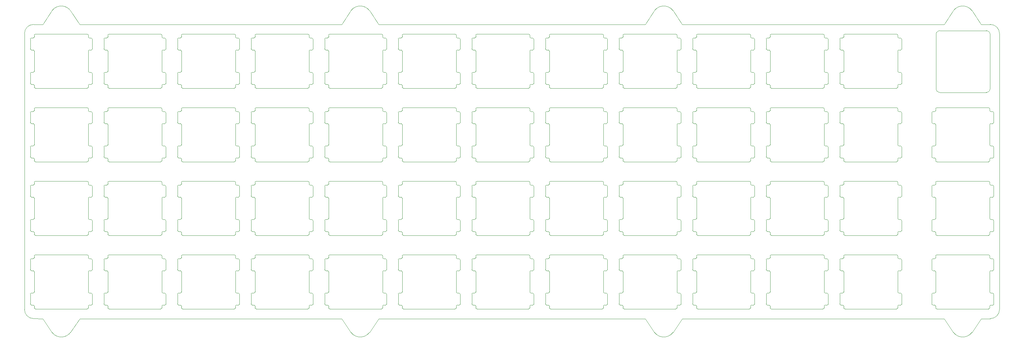
<source format=gbr>
G04 #@! TF.GenerationSoftware,KiCad,Pcbnew,(5.1.4-0)*
G04 #@! TF.CreationDate,2021-10-31T10:27:05-05:00*
G04 #@! TF.ProjectId,top_plate,746f705f-706c-4617-9465-2e6b69636164,rev?*
G04 #@! TF.SameCoordinates,Original*
G04 #@! TF.FileFunction,Profile,NP*
%FSLAX46Y46*%
G04 Gerber Fmt 4.6, Leading zero omitted, Abs format (unit mm)*
G04 Created by KiCad (PCBNEW (5.1.4-0)) date 2021-10-31 10:27:05*
%MOMM*%
%LPD*%
G04 APERTURE LIST*
%ADD10C,0.050000*%
%ADD11C,0.100000*%
G04 APERTURE END LIST*
D10*
X158354786Y-120253090D02*
G75*
G02X153592562Y-120253298I-2381190J1785748D01*
G01*
X153592562Y-120253298D02*
X151211309Y-116681421D01*
X158354786Y-120253090D02*
X160736317Y-116681421D01*
X235745119Y-120253204D02*
G75*
G02X230982895Y-120253412I-2381190J1785748D01*
G01*
X230982895Y-120253412D02*
X228601642Y-116681535D01*
X235745119Y-120253204D02*
X238126650Y-116681535D01*
X314326530Y-120253090D02*
G75*
G02X309564306Y-120253298I-2381190J1785748D01*
G01*
X309564306Y-120253298D02*
X307183053Y-116681421D01*
X314326530Y-120253090D02*
X316708061Y-116681421D01*
X391717125Y-120253204D02*
G75*
G02X386954901Y-120253412I-2381190J1785748D01*
G01*
X386954901Y-120253412D02*
X384573648Y-116681535D01*
X391717125Y-120253204D02*
X394098434Y-116681516D01*
X386954735Y-36909764D02*
G75*
G02X391716959Y-36909556I2381190J-1785748D01*
G01*
X391716959Y-36909556D02*
X394098212Y-40481433D01*
X386954735Y-36909764D02*
X384573204Y-40481433D01*
X309564045Y-36909764D02*
G75*
G02X314326269Y-36909556I2381190J-1785748D01*
G01*
X314326269Y-36909556D02*
X316707522Y-40481433D01*
X309564045Y-36909764D02*
X307182514Y-40481433D01*
X153592039Y-36909764D02*
G75*
G02X158354263Y-36909556I2381190J-1785748D01*
G01*
X158354263Y-36909556D02*
X160735516Y-40481433D01*
X153592039Y-36909764D02*
X151210508Y-40481433D01*
X235745175Y-36909575D02*
X238126428Y-40481452D01*
X230982951Y-36909783D02*
X228601420Y-40481452D01*
X230982951Y-36909783D02*
G75*
G02X235745175Y-36909575I2381190J-1785748D01*
G01*
X146448582Y-42862728D02*
X146449842Y-114300156D01*
X316708061Y-116681421D02*
X384573648Y-116681535D01*
X238126650Y-116681535D02*
X307183053Y-116681421D01*
X160736317Y-116681421D02*
X228601642Y-116681535D01*
X148829842Y-116680144D02*
X151211309Y-116681421D01*
X151210730Y-40481452D02*
X148829842Y-40481468D01*
X228601420Y-40481452D02*
X160735738Y-40481452D01*
X307182514Y-40481433D02*
X238126428Y-40481452D01*
X384573204Y-40481433D02*
X316707522Y-40481433D01*
X396479634Y-40481456D02*
X394098212Y-40481433D01*
X396479634Y-40481456D02*
G75*
G02X398860894Y-42862716I0J-2381260D01*
G01*
X398860894Y-114300144D02*
X398860894Y-42862716D01*
X396479634Y-116681516D02*
X394098434Y-116681516D01*
X398860894Y-114300144D02*
G75*
G02X396479634Y-116681404I-2381260J0D01*
G01*
X148829842Y-116680144D02*
G75*
G02X146449842Y-114300156I0J2380000D01*
G01*
X146448582Y-42862728D02*
G75*
G02X148829842Y-40481468I2381260J0D01*
G01*
X395436010Y-42106460D02*
G75*
G02X396436010Y-43106460I0J-1000000D01*
G01*
X383436010Y-58106460D02*
G75*
G02X382436010Y-57106460I0J1000000D01*
G01*
X396436010Y-57106460D02*
G75*
G02X395436010Y-58106460I-1000000J0D01*
G01*
X382436010Y-43106460D02*
G75*
G02X383436010Y-42106460I1000000J0D01*
G01*
X382436010Y-43106460D02*
X382436010Y-57106460D01*
X395436010Y-58106460D02*
X383436010Y-58106460D01*
X396436010Y-43106460D02*
X396436010Y-57106460D01*
X383436010Y-42106460D02*
X395436010Y-42106460D01*
D11*
X168322610Y-57006460D02*
G75*
G02X168022610Y-56706460I0J300000D01*
G01*
X167022610Y-53106460D02*
G75*
G02X167222610Y-52906460I200000J0D01*
G01*
X168022610Y-56706460D02*
X168022610Y-56306460D01*
X167722610Y-56006460D02*
G75*
G02X168022610Y-56306460I0J-300000D01*
G01*
X167322610Y-56006460D02*
G75*
G02X167022610Y-55706460I0J300000D01*
G01*
X167222610Y-52906460D02*
X167722610Y-52906460D01*
X167022610Y-53106460D02*
X167022610Y-55706460D01*
X167722610Y-56006460D02*
X167322610Y-56006460D01*
X168022610Y-52606460D02*
G75*
G02X167722610Y-52906460I-300000J0D01*
G01*
X167022610Y-44206460D02*
G75*
G02X167222610Y-44006460I200000J0D01*
G01*
X167322610Y-47106460D02*
G75*
G02X167022610Y-46806460I0J300000D01*
G01*
X167722610Y-47106460D02*
G75*
G02X168022610Y-47406460I0J-300000D01*
G01*
X168022610Y-43706460D02*
G75*
G02X167722610Y-44006460I-300000J0D01*
G01*
X167022610Y-44206460D02*
X167022610Y-46806460D01*
X167722610Y-47106460D02*
X167322610Y-47106460D01*
X167222610Y-44006460D02*
X167722610Y-44006460D01*
X183022610Y-55806460D02*
G75*
G02X182822610Y-56006460I-200000J0D01*
G01*
X182022610Y-56306460D02*
G75*
G02X182322610Y-56006460I300000J0D01*
G01*
X182322610Y-52906460D02*
X182722610Y-52906460D01*
X183022610Y-55806460D02*
X183022610Y-53206460D01*
X182822610Y-56006460D02*
X182322610Y-56006460D01*
X182722610Y-52906460D02*
G75*
G02X183022610Y-53206460I0J-300000D01*
G01*
X182322610Y-52906460D02*
G75*
G02X182022610Y-52606460I0J300000D01*
G01*
X182022610Y-43306460D02*
X182022610Y-43706460D01*
X182722610Y-44006460D02*
G75*
G02X183022610Y-44306460I0J-300000D01*
G01*
X182322610Y-44006460D02*
G75*
G02X182022610Y-43706460I0J300000D01*
G01*
X182022610Y-56706460D02*
G75*
G02X181722610Y-57006460I-300000J0D01*
G01*
X182022610Y-52606460D02*
X182022610Y-47406460D01*
X182822610Y-47106460D02*
X182322610Y-47106460D01*
X183022610Y-46906460D02*
X183022610Y-44306460D01*
X182322610Y-44006460D02*
X182722610Y-44006460D01*
X182022610Y-47406460D02*
G75*
G02X182322610Y-47106460I300000J0D01*
G01*
X183022610Y-46906460D02*
G75*
G02X182822610Y-47106460I-200000J0D01*
G01*
X181722610Y-43006460D02*
G75*
G02X182022610Y-43306460I0J-300000D01*
G01*
X182022610Y-56306460D02*
X182022610Y-56706460D01*
X168022610Y-43706460D02*
X168022610Y-43306460D01*
X168022610Y-47406460D02*
X168022610Y-52606460D01*
X181722610Y-43006460D02*
X168322610Y-43006460D01*
X168022610Y-43306460D02*
G75*
G02X168322610Y-43006460I300000J0D01*
G01*
X181722610Y-57006460D02*
X168322610Y-57006460D01*
X301673362Y-57006460D02*
G75*
G02X301373362Y-56706460I0J300000D01*
G01*
X300373362Y-53106460D02*
G75*
G02X300573362Y-52906460I200000J0D01*
G01*
X301373362Y-56706460D02*
X301373362Y-56306460D01*
X301073362Y-56006460D02*
G75*
G02X301373362Y-56306460I0J-300000D01*
G01*
X300673362Y-56006460D02*
G75*
G02X300373362Y-55706460I0J300000D01*
G01*
X300573362Y-52906460D02*
X301073362Y-52906460D01*
X300373362Y-53106460D02*
X300373362Y-55706460D01*
X301073362Y-56006460D02*
X300673362Y-56006460D01*
X301373362Y-52606460D02*
G75*
G02X301073362Y-52906460I-300000J0D01*
G01*
X300373362Y-44206460D02*
G75*
G02X300573362Y-44006460I200000J0D01*
G01*
X300673362Y-47106460D02*
G75*
G02X300373362Y-46806460I0J300000D01*
G01*
X301073362Y-47106460D02*
G75*
G02X301373362Y-47406460I0J-300000D01*
G01*
X301373362Y-43706460D02*
G75*
G02X301073362Y-44006460I-300000J0D01*
G01*
X300373362Y-44206460D02*
X300373362Y-46806460D01*
X301073362Y-47106460D02*
X300673362Y-47106460D01*
X300573362Y-44006460D02*
X301073362Y-44006460D01*
X316373362Y-55806460D02*
G75*
G02X316173362Y-56006460I-200000J0D01*
G01*
X315373362Y-56306460D02*
G75*
G02X315673362Y-56006460I300000J0D01*
G01*
X315673362Y-52906460D02*
X316073362Y-52906460D01*
X316373362Y-55806460D02*
X316373362Y-53206460D01*
X316173362Y-56006460D02*
X315673362Y-56006460D01*
X316073362Y-52906460D02*
G75*
G02X316373362Y-53206460I0J-300000D01*
G01*
X315673362Y-52906460D02*
G75*
G02X315373362Y-52606460I0J300000D01*
G01*
X315373362Y-43306460D02*
X315373362Y-43706460D01*
X316073362Y-44006460D02*
G75*
G02X316373362Y-44306460I0J-300000D01*
G01*
X315673362Y-44006460D02*
G75*
G02X315373362Y-43706460I0J300000D01*
G01*
X315373362Y-56706460D02*
G75*
G02X315073362Y-57006460I-300000J0D01*
G01*
X315373362Y-52606460D02*
X315373362Y-47406460D01*
X316173362Y-47106460D02*
X315673362Y-47106460D01*
X316373362Y-46906460D02*
X316373362Y-44306460D01*
X315673362Y-44006460D02*
X316073362Y-44006460D01*
X315373362Y-47406460D02*
G75*
G02X315673362Y-47106460I300000J0D01*
G01*
X316373362Y-46906460D02*
G75*
G02X316173362Y-47106460I-200000J0D01*
G01*
X315073362Y-43006460D02*
G75*
G02X315373362Y-43306460I0J-300000D01*
G01*
X315373362Y-56306460D02*
X315373362Y-56706460D01*
X301373362Y-43706460D02*
X301373362Y-43306460D01*
X301373362Y-47406460D02*
X301373362Y-52606460D01*
X315073362Y-43006460D02*
X301673362Y-43006460D01*
X301373362Y-43306460D02*
G75*
G02X301673362Y-43006460I300000J0D01*
G01*
X315073362Y-57006460D02*
X301673362Y-57006460D01*
X382636010Y-114156700D02*
G75*
G02X382336010Y-113856700I0J300000D01*
G01*
X381336010Y-110256700D02*
G75*
G02X381536010Y-110056700I200000J0D01*
G01*
X382336010Y-113856700D02*
X382336010Y-113456700D01*
X382036010Y-113156700D02*
G75*
G02X382336010Y-113456700I0J-300000D01*
G01*
X381636010Y-113156700D02*
G75*
G02X381336010Y-112856700I0J300000D01*
G01*
X381536010Y-110056700D02*
X382036010Y-110056700D01*
X381336010Y-110256700D02*
X381336010Y-112856700D01*
X382036010Y-113156700D02*
X381636010Y-113156700D01*
X382336010Y-109756700D02*
G75*
G02X382036010Y-110056700I-300000J0D01*
G01*
X381336010Y-101356700D02*
G75*
G02X381536010Y-101156700I200000J0D01*
G01*
X381636010Y-104256700D02*
G75*
G02X381336010Y-103956700I0J300000D01*
G01*
X382036010Y-104256700D02*
G75*
G02X382336010Y-104556700I0J-300000D01*
G01*
X382336010Y-100856700D02*
G75*
G02X382036010Y-101156700I-300000J0D01*
G01*
X381336010Y-101356700D02*
X381336010Y-103956700D01*
X382036010Y-104256700D02*
X381636010Y-104256700D01*
X381536010Y-101156700D02*
X382036010Y-101156700D01*
X397336010Y-112956700D02*
G75*
G02X397136010Y-113156700I-200000J0D01*
G01*
X396336010Y-113456700D02*
G75*
G02X396636010Y-113156700I300000J0D01*
G01*
X396636010Y-110056700D02*
X397036010Y-110056700D01*
X397336010Y-112956700D02*
X397336010Y-110356700D01*
X397136010Y-113156700D02*
X396636010Y-113156700D01*
X397036010Y-110056700D02*
G75*
G02X397336010Y-110356700I0J-300000D01*
G01*
X396636010Y-110056700D02*
G75*
G02X396336010Y-109756700I0J300000D01*
G01*
X396336010Y-100456700D02*
X396336010Y-100856700D01*
X397036010Y-101156700D02*
G75*
G02X397336010Y-101456700I0J-300000D01*
G01*
X396636010Y-101156700D02*
G75*
G02X396336010Y-100856700I0J300000D01*
G01*
X396336010Y-113856700D02*
G75*
G02X396036010Y-114156700I-300000J0D01*
G01*
X396336010Y-109756700D02*
X396336010Y-104556700D01*
X397136010Y-104256700D02*
X396636010Y-104256700D01*
X397336010Y-104056700D02*
X397336010Y-101456700D01*
X396636010Y-101156700D02*
X397036010Y-101156700D01*
X396336010Y-104556700D02*
G75*
G02X396636010Y-104256700I300000J0D01*
G01*
X397336010Y-104056700D02*
G75*
G02X397136010Y-104256700I-200000J0D01*
G01*
X396036010Y-100156700D02*
G75*
G02X396336010Y-100456700I0J-300000D01*
G01*
X396336010Y-113456700D02*
X396336010Y-113856700D01*
X382336010Y-100856700D02*
X382336010Y-100456700D01*
X382336010Y-104556700D02*
X382336010Y-109756700D01*
X396036010Y-100156700D02*
X382636010Y-100156700D01*
X382336010Y-100456700D02*
G75*
G02X382636010Y-100156700I300000J0D01*
G01*
X396036010Y-114156700D02*
X382636010Y-114156700D01*
X382635890Y-95106428D02*
G75*
G02X382335890Y-94806428I0J300000D01*
G01*
X381335890Y-91206428D02*
G75*
G02X381535890Y-91006428I200000J0D01*
G01*
X382335890Y-94806428D02*
X382335890Y-94406428D01*
X382035890Y-94106428D02*
G75*
G02X382335890Y-94406428I0J-300000D01*
G01*
X381635890Y-94106428D02*
G75*
G02X381335890Y-93806428I0J300000D01*
G01*
X381535890Y-91006428D02*
X382035890Y-91006428D01*
X381335890Y-91206428D02*
X381335890Y-93806428D01*
X382035890Y-94106428D02*
X381635890Y-94106428D01*
X382335890Y-90706428D02*
G75*
G02X382035890Y-91006428I-300000J0D01*
G01*
X381335890Y-82306428D02*
G75*
G02X381535890Y-82106428I200000J0D01*
G01*
X381635890Y-85206428D02*
G75*
G02X381335890Y-84906428I0J300000D01*
G01*
X382035890Y-85206428D02*
G75*
G02X382335890Y-85506428I0J-300000D01*
G01*
X382335890Y-81806428D02*
G75*
G02X382035890Y-82106428I-300000J0D01*
G01*
X381335890Y-82306428D02*
X381335890Y-84906428D01*
X382035890Y-85206428D02*
X381635890Y-85206428D01*
X381535890Y-82106428D02*
X382035890Y-82106428D01*
X397335890Y-93906428D02*
G75*
G02X397135890Y-94106428I-200000J0D01*
G01*
X396335890Y-94406428D02*
G75*
G02X396635890Y-94106428I300000J0D01*
G01*
X396635890Y-91006428D02*
X397035890Y-91006428D01*
X397335890Y-93906428D02*
X397335890Y-91306428D01*
X397135890Y-94106428D02*
X396635890Y-94106428D01*
X397035890Y-91006428D02*
G75*
G02X397335890Y-91306428I0J-300000D01*
G01*
X396635890Y-91006428D02*
G75*
G02X396335890Y-90706428I0J300000D01*
G01*
X396335890Y-81406428D02*
X396335890Y-81806428D01*
X397035890Y-82106428D02*
G75*
G02X397335890Y-82406428I0J-300000D01*
G01*
X396635890Y-82106428D02*
G75*
G02X396335890Y-81806428I0J300000D01*
G01*
X396335890Y-94806428D02*
G75*
G02X396035890Y-95106428I-300000J0D01*
G01*
X396335890Y-90706428D02*
X396335890Y-85506428D01*
X397135890Y-85206428D02*
X396635890Y-85206428D01*
X397335890Y-85006428D02*
X397335890Y-82406428D01*
X396635890Y-82106428D02*
X397035890Y-82106428D01*
X396335890Y-85506428D02*
G75*
G02X396635890Y-85206428I300000J0D01*
G01*
X397335890Y-85006428D02*
G75*
G02X397135890Y-85206428I-200000J0D01*
G01*
X396035890Y-81106428D02*
G75*
G02X396335890Y-81406428I0J-300000D01*
G01*
X396335890Y-94406428D02*
X396335890Y-94806428D01*
X382335890Y-81806428D02*
X382335890Y-81406428D01*
X382335890Y-85506428D02*
X382335890Y-90706428D01*
X396035890Y-81106428D02*
X382635890Y-81106428D01*
X382335890Y-81406428D02*
G75*
G02X382635890Y-81106428I300000J0D01*
G01*
X396035890Y-95106428D02*
X382635890Y-95106428D01*
X382635890Y-76056444D02*
G75*
G02X382335890Y-75756444I0J300000D01*
G01*
X381335890Y-72156444D02*
G75*
G02X381535890Y-71956444I200000J0D01*
G01*
X382335890Y-75756444D02*
X382335890Y-75356444D01*
X382035890Y-75056444D02*
G75*
G02X382335890Y-75356444I0J-300000D01*
G01*
X381635890Y-75056444D02*
G75*
G02X381335890Y-74756444I0J300000D01*
G01*
X381535890Y-71956444D02*
X382035890Y-71956444D01*
X381335890Y-72156444D02*
X381335890Y-74756444D01*
X382035890Y-75056444D02*
X381635890Y-75056444D01*
X382335890Y-71656444D02*
G75*
G02X382035890Y-71956444I-300000J0D01*
G01*
X381335890Y-63256444D02*
G75*
G02X381535890Y-63056444I200000J0D01*
G01*
X381635890Y-66156444D02*
G75*
G02X381335890Y-65856444I0J300000D01*
G01*
X382035890Y-66156444D02*
G75*
G02X382335890Y-66456444I0J-300000D01*
G01*
X382335890Y-62756444D02*
G75*
G02X382035890Y-63056444I-300000J0D01*
G01*
X381335890Y-63256444D02*
X381335890Y-65856444D01*
X382035890Y-66156444D02*
X381635890Y-66156444D01*
X381535890Y-63056444D02*
X382035890Y-63056444D01*
X397335890Y-74856444D02*
G75*
G02X397135890Y-75056444I-200000J0D01*
G01*
X396335890Y-75356444D02*
G75*
G02X396635890Y-75056444I300000J0D01*
G01*
X396635890Y-71956444D02*
X397035890Y-71956444D01*
X397335890Y-74856444D02*
X397335890Y-72256444D01*
X397135890Y-75056444D02*
X396635890Y-75056444D01*
X397035890Y-71956444D02*
G75*
G02X397335890Y-72256444I0J-300000D01*
G01*
X396635890Y-71956444D02*
G75*
G02X396335890Y-71656444I0J300000D01*
G01*
X396335890Y-62356444D02*
X396335890Y-62756444D01*
X397035890Y-63056444D02*
G75*
G02X397335890Y-63356444I0J-300000D01*
G01*
X396635890Y-63056444D02*
G75*
G02X396335890Y-62756444I0J300000D01*
G01*
X396335890Y-75756444D02*
G75*
G02X396035890Y-76056444I-300000J0D01*
G01*
X396335890Y-71656444D02*
X396335890Y-66456444D01*
X397135890Y-66156444D02*
X396635890Y-66156444D01*
X397335890Y-65956444D02*
X397335890Y-63356444D01*
X396635890Y-63056444D02*
X397035890Y-63056444D01*
X396335890Y-66456444D02*
G75*
G02X396635890Y-66156444I300000J0D01*
G01*
X397335890Y-65956444D02*
G75*
G02X397135890Y-66156444I-200000J0D01*
G01*
X396035890Y-62056444D02*
G75*
G02X396335890Y-62356444I0J-300000D01*
G01*
X396335890Y-75356444D02*
X396335890Y-75756444D01*
X382335890Y-62756444D02*
X382335890Y-62356444D01*
X382335890Y-66456444D02*
X382335890Y-71656444D01*
X396035890Y-62056444D02*
X382635890Y-62056444D01*
X382335890Y-62356444D02*
G75*
G02X382635890Y-62056444I300000J0D01*
G01*
X396035890Y-76056444D02*
X382635890Y-76056444D01*
X358823410Y-114156700D02*
G75*
G02X358523410Y-113856700I0J300000D01*
G01*
X357523410Y-110256700D02*
G75*
G02X357723410Y-110056700I200000J0D01*
G01*
X358523410Y-113856700D02*
X358523410Y-113456700D01*
X358223410Y-113156700D02*
G75*
G02X358523410Y-113456700I0J-300000D01*
G01*
X357823410Y-113156700D02*
G75*
G02X357523410Y-112856700I0J300000D01*
G01*
X357723410Y-110056700D02*
X358223410Y-110056700D01*
X357523410Y-110256700D02*
X357523410Y-112856700D01*
X358223410Y-113156700D02*
X357823410Y-113156700D01*
X358523410Y-109756700D02*
G75*
G02X358223410Y-110056700I-300000J0D01*
G01*
X357523410Y-101356700D02*
G75*
G02X357723410Y-101156700I200000J0D01*
G01*
X357823410Y-104256700D02*
G75*
G02X357523410Y-103956700I0J300000D01*
G01*
X358223410Y-104256700D02*
G75*
G02X358523410Y-104556700I0J-300000D01*
G01*
X358523410Y-100856700D02*
G75*
G02X358223410Y-101156700I-300000J0D01*
G01*
X357523410Y-101356700D02*
X357523410Y-103956700D01*
X358223410Y-104256700D02*
X357823410Y-104256700D01*
X357723410Y-101156700D02*
X358223410Y-101156700D01*
X373523410Y-112956700D02*
G75*
G02X373323410Y-113156700I-200000J0D01*
G01*
X372523410Y-113456700D02*
G75*
G02X372823410Y-113156700I300000J0D01*
G01*
X372823410Y-110056700D02*
X373223410Y-110056700D01*
X373523410Y-112956700D02*
X373523410Y-110356700D01*
X373323410Y-113156700D02*
X372823410Y-113156700D01*
X373223410Y-110056700D02*
G75*
G02X373523410Y-110356700I0J-300000D01*
G01*
X372823410Y-110056700D02*
G75*
G02X372523410Y-109756700I0J300000D01*
G01*
X372523410Y-100456700D02*
X372523410Y-100856700D01*
X373223410Y-101156700D02*
G75*
G02X373523410Y-101456700I0J-300000D01*
G01*
X372823410Y-101156700D02*
G75*
G02X372523410Y-100856700I0J300000D01*
G01*
X372523410Y-113856700D02*
G75*
G02X372223410Y-114156700I-300000J0D01*
G01*
X372523410Y-109756700D02*
X372523410Y-104556700D01*
X373323410Y-104256700D02*
X372823410Y-104256700D01*
X373523410Y-104056700D02*
X373523410Y-101456700D01*
X372823410Y-101156700D02*
X373223410Y-101156700D01*
X372523410Y-104556700D02*
G75*
G02X372823410Y-104256700I300000J0D01*
G01*
X373523410Y-104056700D02*
G75*
G02X373323410Y-104256700I-200000J0D01*
G01*
X372223410Y-100156700D02*
G75*
G02X372523410Y-100456700I0J-300000D01*
G01*
X372523410Y-113456700D02*
X372523410Y-113856700D01*
X358523410Y-100856700D02*
X358523410Y-100456700D01*
X358523410Y-104556700D02*
X358523410Y-109756700D01*
X372223410Y-100156700D02*
X358823410Y-100156700D01*
X358523410Y-100456700D02*
G75*
G02X358823410Y-100156700I300000J0D01*
G01*
X372223410Y-114156700D02*
X358823410Y-114156700D01*
X339773330Y-114160000D02*
G75*
G02X339473330Y-113860000I0J300000D01*
G01*
X338473330Y-110260000D02*
G75*
G02X338673330Y-110060000I200000J0D01*
G01*
X339473330Y-113860000D02*
X339473330Y-113460000D01*
X339173330Y-113160000D02*
G75*
G02X339473330Y-113460000I0J-300000D01*
G01*
X338773330Y-113160000D02*
G75*
G02X338473330Y-112860000I0J300000D01*
G01*
X338673330Y-110060000D02*
X339173330Y-110060000D01*
X338473330Y-110260000D02*
X338473330Y-112860000D01*
X339173330Y-113160000D02*
X338773330Y-113160000D01*
X339473330Y-109760000D02*
G75*
G02X339173330Y-110060000I-300000J0D01*
G01*
X338473330Y-101360000D02*
G75*
G02X338673330Y-101160000I200000J0D01*
G01*
X338773330Y-104260000D02*
G75*
G02X338473330Y-103960000I0J300000D01*
G01*
X339173330Y-104260000D02*
G75*
G02X339473330Y-104560000I0J-300000D01*
G01*
X339473330Y-100860000D02*
G75*
G02X339173330Y-101160000I-300000J0D01*
G01*
X338473330Y-101360000D02*
X338473330Y-103960000D01*
X339173330Y-104260000D02*
X338773330Y-104260000D01*
X338673330Y-101160000D02*
X339173330Y-101160000D01*
X354473330Y-112960000D02*
G75*
G02X354273330Y-113160000I-200000J0D01*
G01*
X353473330Y-113460000D02*
G75*
G02X353773330Y-113160000I300000J0D01*
G01*
X353773330Y-110060000D02*
X354173330Y-110060000D01*
X354473330Y-112960000D02*
X354473330Y-110360000D01*
X354273330Y-113160000D02*
X353773330Y-113160000D01*
X354173330Y-110060000D02*
G75*
G02X354473330Y-110360000I0J-300000D01*
G01*
X353773330Y-110060000D02*
G75*
G02X353473330Y-109760000I0J300000D01*
G01*
X353473330Y-100460000D02*
X353473330Y-100860000D01*
X354173330Y-101160000D02*
G75*
G02X354473330Y-101460000I0J-300000D01*
G01*
X353773330Y-101160000D02*
G75*
G02X353473330Y-100860000I0J300000D01*
G01*
X353473330Y-113860000D02*
G75*
G02X353173330Y-114160000I-300000J0D01*
G01*
X353473330Y-109760000D02*
X353473330Y-104560000D01*
X354273330Y-104260000D02*
X353773330Y-104260000D01*
X354473330Y-104060000D02*
X354473330Y-101460000D01*
X353773330Y-101160000D02*
X354173330Y-101160000D01*
X353473330Y-104560000D02*
G75*
G02X353773330Y-104260000I300000J0D01*
G01*
X354473330Y-104060000D02*
G75*
G02X354273330Y-104260000I-200000J0D01*
G01*
X353173330Y-100160000D02*
G75*
G02X353473330Y-100460000I0J-300000D01*
G01*
X353473330Y-113460000D02*
X353473330Y-113860000D01*
X339473330Y-100860000D02*
X339473330Y-100460000D01*
X339473330Y-104560000D02*
X339473330Y-109760000D01*
X353173330Y-100160000D02*
X339773330Y-100160000D01*
X339473330Y-100460000D02*
G75*
G02X339773330Y-100160000I300000J0D01*
G01*
X353173330Y-114160000D02*
X339773330Y-114160000D01*
X320723250Y-114156700D02*
G75*
G02X320423250Y-113856700I0J300000D01*
G01*
X319423250Y-110256700D02*
G75*
G02X319623250Y-110056700I200000J0D01*
G01*
X320423250Y-113856700D02*
X320423250Y-113456700D01*
X320123250Y-113156700D02*
G75*
G02X320423250Y-113456700I0J-300000D01*
G01*
X319723250Y-113156700D02*
G75*
G02X319423250Y-112856700I0J300000D01*
G01*
X319623250Y-110056700D02*
X320123250Y-110056700D01*
X319423250Y-110256700D02*
X319423250Y-112856700D01*
X320123250Y-113156700D02*
X319723250Y-113156700D01*
X320423250Y-109756700D02*
G75*
G02X320123250Y-110056700I-300000J0D01*
G01*
X319423250Y-101356700D02*
G75*
G02X319623250Y-101156700I200000J0D01*
G01*
X319723250Y-104256700D02*
G75*
G02X319423250Y-103956700I0J300000D01*
G01*
X320123250Y-104256700D02*
G75*
G02X320423250Y-104556700I0J-300000D01*
G01*
X320423250Y-100856700D02*
G75*
G02X320123250Y-101156700I-300000J0D01*
G01*
X319423250Y-101356700D02*
X319423250Y-103956700D01*
X320123250Y-104256700D02*
X319723250Y-104256700D01*
X319623250Y-101156700D02*
X320123250Y-101156700D01*
X335423250Y-112956700D02*
G75*
G02X335223250Y-113156700I-200000J0D01*
G01*
X334423250Y-113456700D02*
G75*
G02X334723250Y-113156700I300000J0D01*
G01*
X334723250Y-110056700D02*
X335123250Y-110056700D01*
X335423250Y-112956700D02*
X335423250Y-110356700D01*
X335223250Y-113156700D02*
X334723250Y-113156700D01*
X335123250Y-110056700D02*
G75*
G02X335423250Y-110356700I0J-300000D01*
G01*
X334723250Y-110056700D02*
G75*
G02X334423250Y-109756700I0J300000D01*
G01*
X334423250Y-100456700D02*
X334423250Y-100856700D01*
X335123250Y-101156700D02*
G75*
G02X335423250Y-101456700I0J-300000D01*
G01*
X334723250Y-101156700D02*
G75*
G02X334423250Y-100856700I0J300000D01*
G01*
X334423250Y-113856700D02*
G75*
G02X334123250Y-114156700I-300000J0D01*
G01*
X334423250Y-109756700D02*
X334423250Y-104556700D01*
X335223250Y-104256700D02*
X334723250Y-104256700D01*
X335423250Y-104056700D02*
X335423250Y-101456700D01*
X334723250Y-101156700D02*
X335123250Y-101156700D01*
X334423250Y-104556700D02*
G75*
G02X334723250Y-104256700I300000J0D01*
G01*
X335423250Y-104056700D02*
G75*
G02X335223250Y-104256700I-200000J0D01*
G01*
X334123250Y-100156700D02*
G75*
G02X334423250Y-100456700I0J-300000D01*
G01*
X334423250Y-113456700D02*
X334423250Y-113856700D01*
X320423250Y-100856700D02*
X320423250Y-100456700D01*
X320423250Y-104556700D02*
X320423250Y-109756700D01*
X334123250Y-100156700D02*
X320723250Y-100156700D01*
X320423250Y-100456700D02*
G75*
G02X320723250Y-100156700I300000J0D01*
G01*
X334123250Y-114156700D02*
X320723250Y-114156700D01*
X301673170Y-114156700D02*
G75*
G02X301373170Y-113856700I0J300000D01*
G01*
X300373170Y-110256700D02*
G75*
G02X300573170Y-110056700I200000J0D01*
G01*
X301373170Y-113856700D02*
X301373170Y-113456700D01*
X301073170Y-113156700D02*
G75*
G02X301373170Y-113456700I0J-300000D01*
G01*
X300673170Y-113156700D02*
G75*
G02X300373170Y-112856700I0J300000D01*
G01*
X300573170Y-110056700D02*
X301073170Y-110056700D01*
X300373170Y-110256700D02*
X300373170Y-112856700D01*
X301073170Y-113156700D02*
X300673170Y-113156700D01*
X301373170Y-109756700D02*
G75*
G02X301073170Y-110056700I-300000J0D01*
G01*
X300373170Y-101356700D02*
G75*
G02X300573170Y-101156700I200000J0D01*
G01*
X300673170Y-104256700D02*
G75*
G02X300373170Y-103956700I0J300000D01*
G01*
X301073170Y-104256700D02*
G75*
G02X301373170Y-104556700I0J-300000D01*
G01*
X301373170Y-100856700D02*
G75*
G02X301073170Y-101156700I-300000J0D01*
G01*
X300373170Y-101356700D02*
X300373170Y-103956700D01*
X301073170Y-104256700D02*
X300673170Y-104256700D01*
X300573170Y-101156700D02*
X301073170Y-101156700D01*
X316373170Y-112956700D02*
G75*
G02X316173170Y-113156700I-200000J0D01*
G01*
X315373170Y-113456700D02*
G75*
G02X315673170Y-113156700I300000J0D01*
G01*
X315673170Y-110056700D02*
X316073170Y-110056700D01*
X316373170Y-112956700D02*
X316373170Y-110356700D01*
X316173170Y-113156700D02*
X315673170Y-113156700D01*
X316073170Y-110056700D02*
G75*
G02X316373170Y-110356700I0J-300000D01*
G01*
X315673170Y-110056700D02*
G75*
G02X315373170Y-109756700I0J300000D01*
G01*
X315373170Y-100456700D02*
X315373170Y-100856700D01*
X316073170Y-101156700D02*
G75*
G02X316373170Y-101456700I0J-300000D01*
G01*
X315673170Y-101156700D02*
G75*
G02X315373170Y-100856700I0J300000D01*
G01*
X315373170Y-113856700D02*
G75*
G02X315073170Y-114156700I-300000J0D01*
G01*
X315373170Y-109756700D02*
X315373170Y-104556700D01*
X316173170Y-104256700D02*
X315673170Y-104256700D01*
X316373170Y-104056700D02*
X316373170Y-101456700D01*
X315673170Y-101156700D02*
X316073170Y-101156700D01*
X315373170Y-104556700D02*
G75*
G02X315673170Y-104256700I300000J0D01*
G01*
X316373170Y-104056700D02*
G75*
G02X316173170Y-104256700I-200000J0D01*
G01*
X315073170Y-100156700D02*
G75*
G02X315373170Y-100456700I0J-300000D01*
G01*
X315373170Y-113456700D02*
X315373170Y-113856700D01*
X301373170Y-100856700D02*
X301373170Y-100456700D01*
X301373170Y-104556700D02*
X301373170Y-109756700D01*
X315073170Y-100156700D02*
X301673170Y-100156700D01*
X301373170Y-100456700D02*
G75*
G02X301673170Y-100156700I300000J0D01*
G01*
X315073170Y-114156700D02*
X301673170Y-114156700D01*
X282623090Y-114156700D02*
G75*
G02X282323090Y-113856700I0J300000D01*
G01*
X281323090Y-110256700D02*
G75*
G02X281523090Y-110056700I200000J0D01*
G01*
X282323090Y-113856700D02*
X282323090Y-113456700D01*
X282023090Y-113156700D02*
G75*
G02X282323090Y-113456700I0J-300000D01*
G01*
X281623090Y-113156700D02*
G75*
G02X281323090Y-112856700I0J300000D01*
G01*
X281523090Y-110056700D02*
X282023090Y-110056700D01*
X281323090Y-110256700D02*
X281323090Y-112856700D01*
X282023090Y-113156700D02*
X281623090Y-113156700D01*
X282323090Y-109756700D02*
G75*
G02X282023090Y-110056700I-300000J0D01*
G01*
X281323090Y-101356700D02*
G75*
G02X281523090Y-101156700I200000J0D01*
G01*
X281623090Y-104256700D02*
G75*
G02X281323090Y-103956700I0J300000D01*
G01*
X282023090Y-104256700D02*
G75*
G02X282323090Y-104556700I0J-300000D01*
G01*
X282323090Y-100856700D02*
G75*
G02X282023090Y-101156700I-300000J0D01*
G01*
X281323090Y-101356700D02*
X281323090Y-103956700D01*
X282023090Y-104256700D02*
X281623090Y-104256700D01*
X281523090Y-101156700D02*
X282023090Y-101156700D01*
X297323090Y-112956700D02*
G75*
G02X297123090Y-113156700I-200000J0D01*
G01*
X296323090Y-113456700D02*
G75*
G02X296623090Y-113156700I300000J0D01*
G01*
X296623090Y-110056700D02*
X297023090Y-110056700D01*
X297323090Y-112956700D02*
X297323090Y-110356700D01*
X297123090Y-113156700D02*
X296623090Y-113156700D01*
X297023090Y-110056700D02*
G75*
G02X297323090Y-110356700I0J-300000D01*
G01*
X296623090Y-110056700D02*
G75*
G02X296323090Y-109756700I0J300000D01*
G01*
X296323090Y-100456700D02*
X296323090Y-100856700D01*
X297023090Y-101156700D02*
G75*
G02X297323090Y-101456700I0J-300000D01*
G01*
X296623090Y-101156700D02*
G75*
G02X296323090Y-100856700I0J300000D01*
G01*
X296323090Y-113856700D02*
G75*
G02X296023090Y-114156700I-300000J0D01*
G01*
X296323090Y-109756700D02*
X296323090Y-104556700D01*
X297123090Y-104256700D02*
X296623090Y-104256700D01*
X297323090Y-104056700D02*
X297323090Y-101456700D01*
X296623090Y-101156700D02*
X297023090Y-101156700D01*
X296323090Y-104556700D02*
G75*
G02X296623090Y-104256700I300000J0D01*
G01*
X297323090Y-104056700D02*
G75*
G02X297123090Y-104256700I-200000J0D01*
G01*
X296023090Y-100156700D02*
G75*
G02X296323090Y-100456700I0J-300000D01*
G01*
X296323090Y-113456700D02*
X296323090Y-113856700D01*
X282323090Y-100856700D02*
X282323090Y-100456700D01*
X282323090Y-104556700D02*
X282323090Y-109756700D01*
X296023090Y-100156700D02*
X282623090Y-100156700D01*
X282323090Y-100456700D02*
G75*
G02X282623090Y-100156700I300000J0D01*
G01*
X296023090Y-114156700D02*
X282623090Y-114156700D01*
X263573010Y-114156700D02*
G75*
G02X263273010Y-113856700I0J300000D01*
G01*
X262273010Y-110256700D02*
G75*
G02X262473010Y-110056700I200000J0D01*
G01*
X263273010Y-113856700D02*
X263273010Y-113456700D01*
X262973010Y-113156700D02*
G75*
G02X263273010Y-113456700I0J-300000D01*
G01*
X262573010Y-113156700D02*
G75*
G02X262273010Y-112856700I0J300000D01*
G01*
X262473010Y-110056700D02*
X262973010Y-110056700D01*
X262273010Y-110256700D02*
X262273010Y-112856700D01*
X262973010Y-113156700D02*
X262573010Y-113156700D01*
X263273010Y-109756700D02*
G75*
G02X262973010Y-110056700I-300000J0D01*
G01*
X262273010Y-101356700D02*
G75*
G02X262473010Y-101156700I200000J0D01*
G01*
X262573010Y-104256700D02*
G75*
G02X262273010Y-103956700I0J300000D01*
G01*
X262973010Y-104256700D02*
G75*
G02X263273010Y-104556700I0J-300000D01*
G01*
X263273010Y-100856700D02*
G75*
G02X262973010Y-101156700I-300000J0D01*
G01*
X262273010Y-101356700D02*
X262273010Y-103956700D01*
X262973010Y-104256700D02*
X262573010Y-104256700D01*
X262473010Y-101156700D02*
X262973010Y-101156700D01*
X278273010Y-112956700D02*
G75*
G02X278073010Y-113156700I-200000J0D01*
G01*
X277273010Y-113456700D02*
G75*
G02X277573010Y-113156700I300000J0D01*
G01*
X277573010Y-110056700D02*
X277973010Y-110056700D01*
X278273010Y-112956700D02*
X278273010Y-110356700D01*
X278073010Y-113156700D02*
X277573010Y-113156700D01*
X277973010Y-110056700D02*
G75*
G02X278273010Y-110356700I0J-300000D01*
G01*
X277573010Y-110056700D02*
G75*
G02X277273010Y-109756700I0J300000D01*
G01*
X277273010Y-100456700D02*
X277273010Y-100856700D01*
X277973010Y-101156700D02*
G75*
G02X278273010Y-101456700I0J-300000D01*
G01*
X277573010Y-101156700D02*
G75*
G02X277273010Y-100856700I0J300000D01*
G01*
X277273010Y-113856700D02*
G75*
G02X276973010Y-114156700I-300000J0D01*
G01*
X277273010Y-109756700D02*
X277273010Y-104556700D01*
X278073010Y-104256700D02*
X277573010Y-104256700D01*
X278273010Y-104056700D02*
X278273010Y-101456700D01*
X277573010Y-101156700D02*
X277973010Y-101156700D01*
X277273010Y-104556700D02*
G75*
G02X277573010Y-104256700I300000J0D01*
G01*
X278273010Y-104056700D02*
G75*
G02X278073010Y-104256700I-200000J0D01*
G01*
X276973010Y-100156700D02*
G75*
G02X277273010Y-100456700I0J-300000D01*
G01*
X277273010Y-113456700D02*
X277273010Y-113856700D01*
X263273010Y-100856700D02*
X263273010Y-100456700D01*
X263273010Y-104556700D02*
X263273010Y-109756700D01*
X276973010Y-100156700D02*
X263573010Y-100156700D01*
X263273010Y-100456700D02*
G75*
G02X263573010Y-100156700I300000J0D01*
G01*
X276973010Y-114156700D02*
X263573010Y-114156700D01*
X244522930Y-114156700D02*
G75*
G02X244222930Y-113856700I0J300000D01*
G01*
X243222930Y-110256700D02*
G75*
G02X243422930Y-110056700I200000J0D01*
G01*
X244222930Y-113856700D02*
X244222930Y-113456700D01*
X243922930Y-113156700D02*
G75*
G02X244222930Y-113456700I0J-300000D01*
G01*
X243522930Y-113156700D02*
G75*
G02X243222930Y-112856700I0J300000D01*
G01*
X243422930Y-110056700D02*
X243922930Y-110056700D01*
X243222930Y-110256700D02*
X243222930Y-112856700D01*
X243922930Y-113156700D02*
X243522930Y-113156700D01*
X244222930Y-109756700D02*
G75*
G02X243922930Y-110056700I-300000J0D01*
G01*
X243222930Y-101356700D02*
G75*
G02X243422930Y-101156700I200000J0D01*
G01*
X243522930Y-104256700D02*
G75*
G02X243222930Y-103956700I0J300000D01*
G01*
X243922930Y-104256700D02*
G75*
G02X244222930Y-104556700I0J-300000D01*
G01*
X244222930Y-100856700D02*
G75*
G02X243922930Y-101156700I-300000J0D01*
G01*
X243222930Y-101356700D02*
X243222930Y-103956700D01*
X243922930Y-104256700D02*
X243522930Y-104256700D01*
X243422930Y-101156700D02*
X243922930Y-101156700D01*
X259222930Y-112956700D02*
G75*
G02X259022930Y-113156700I-200000J0D01*
G01*
X258222930Y-113456700D02*
G75*
G02X258522930Y-113156700I300000J0D01*
G01*
X258522930Y-110056700D02*
X258922930Y-110056700D01*
X259222930Y-112956700D02*
X259222930Y-110356700D01*
X259022930Y-113156700D02*
X258522930Y-113156700D01*
X258922930Y-110056700D02*
G75*
G02X259222930Y-110356700I0J-300000D01*
G01*
X258522930Y-110056700D02*
G75*
G02X258222930Y-109756700I0J300000D01*
G01*
X258222930Y-100456700D02*
X258222930Y-100856700D01*
X258922930Y-101156700D02*
G75*
G02X259222930Y-101456700I0J-300000D01*
G01*
X258522930Y-101156700D02*
G75*
G02X258222930Y-100856700I0J300000D01*
G01*
X258222930Y-113856700D02*
G75*
G02X257922930Y-114156700I-300000J0D01*
G01*
X258222930Y-109756700D02*
X258222930Y-104556700D01*
X259022930Y-104256700D02*
X258522930Y-104256700D01*
X259222930Y-104056700D02*
X259222930Y-101456700D01*
X258522930Y-101156700D02*
X258922930Y-101156700D01*
X258222930Y-104556700D02*
G75*
G02X258522930Y-104256700I300000J0D01*
G01*
X259222930Y-104056700D02*
G75*
G02X259022930Y-104256700I-200000J0D01*
G01*
X257922930Y-100156700D02*
G75*
G02X258222930Y-100456700I0J-300000D01*
G01*
X258222930Y-113456700D02*
X258222930Y-113856700D01*
X244222930Y-100856700D02*
X244222930Y-100456700D01*
X244222930Y-104556700D02*
X244222930Y-109756700D01*
X257922930Y-100156700D02*
X244522930Y-100156700D01*
X244222930Y-100456700D02*
G75*
G02X244522930Y-100156700I300000J0D01*
G01*
X257922930Y-114156700D02*
X244522930Y-114156700D01*
X225472850Y-114156700D02*
G75*
G02X225172850Y-113856700I0J300000D01*
G01*
X224172850Y-110256700D02*
G75*
G02X224372850Y-110056700I200000J0D01*
G01*
X225172850Y-113856700D02*
X225172850Y-113456700D01*
X224872850Y-113156700D02*
G75*
G02X225172850Y-113456700I0J-300000D01*
G01*
X224472850Y-113156700D02*
G75*
G02X224172850Y-112856700I0J300000D01*
G01*
X224372850Y-110056700D02*
X224872850Y-110056700D01*
X224172850Y-110256700D02*
X224172850Y-112856700D01*
X224872850Y-113156700D02*
X224472850Y-113156700D01*
X225172850Y-109756700D02*
G75*
G02X224872850Y-110056700I-300000J0D01*
G01*
X224172850Y-101356700D02*
G75*
G02X224372850Y-101156700I200000J0D01*
G01*
X224472850Y-104256700D02*
G75*
G02X224172850Y-103956700I0J300000D01*
G01*
X224872850Y-104256700D02*
G75*
G02X225172850Y-104556700I0J-300000D01*
G01*
X225172850Y-100856700D02*
G75*
G02X224872850Y-101156700I-300000J0D01*
G01*
X224172850Y-101356700D02*
X224172850Y-103956700D01*
X224872850Y-104256700D02*
X224472850Y-104256700D01*
X224372850Y-101156700D02*
X224872850Y-101156700D01*
X240172850Y-112956700D02*
G75*
G02X239972850Y-113156700I-200000J0D01*
G01*
X239172850Y-113456700D02*
G75*
G02X239472850Y-113156700I300000J0D01*
G01*
X239472850Y-110056700D02*
X239872850Y-110056700D01*
X240172850Y-112956700D02*
X240172850Y-110356700D01*
X239972850Y-113156700D02*
X239472850Y-113156700D01*
X239872850Y-110056700D02*
G75*
G02X240172850Y-110356700I0J-300000D01*
G01*
X239472850Y-110056700D02*
G75*
G02X239172850Y-109756700I0J300000D01*
G01*
X239172850Y-100456700D02*
X239172850Y-100856700D01*
X239872850Y-101156700D02*
G75*
G02X240172850Y-101456700I0J-300000D01*
G01*
X239472850Y-101156700D02*
G75*
G02X239172850Y-100856700I0J300000D01*
G01*
X239172850Y-113856700D02*
G75*
G02X238872850Y-114156700I-300000J0D01*
G01*
X239172850Y-109756700D02*
X239172850Y-104556700D01*
X239972850Y-104256700D02*
X239472850Y-104256700D01*
X240172850Y-104056700D02*
X240172850Y-101456700D01*
X239472850Y-101156700D02*
X239872850Y-101156700D01*
X239172850Y-104556700D02*
G75*
G02X239472850Y-104256700I300000J0D01*
G01*
X240172850Y-104056700D02*
G75*
G02X239972850Y-104256700I-200000J0D01*
G01*
X238872850Y-100156700D02*
G75*
G02X239172850Y-100456700I0J-300000D01*
G01*
X239172850Y-113456700D02*
X239172850Y-113856700D01*
X225172850Y-100856700D02*
X225172850Y-100456700D01*
X225172850Y-104556700D02*
X225172850Y-109756700D01*
X238872850Y-100156700D02*
X225472850Y-100156700D01*
X225172850Y-100456700D02*
G75*
G02X225472850Y-100156700I300000J0D01*
G01*
X238872850Y-114156700D02*
X225472850Y-114156700D01*
X206422770Y-114156700D02*
G75*
G02X206122770Y-113856700I0J300000D01*
G01*
X205122770Y-110256700D02*
G75*
G02X205322770Y-110056700I200000J0D01*
G01*
X206122770Y-113856700D02*
X206122770Y-113456700D01*
X205822770Y-113156700D02*
G75*
G02X206122770Y-113456700I0J-300000D01*
G01*
X205422770Y-113156700D02*
G75*
G02X205122770Y-112856700I0J300000D01*
G01*
X205322770Y-110056700D02*
X205822770Y-110056700D01*
X205122770Y-110256700D02*
X205122770Y-112856700D01*
X205822770Y-113156700D02*
X205422770Y-113156700D01*
X206122770Y-109756700D02*
G75*
G02X205822770Y-110056700I-300000J0D01*
G01*
X205122770Y-101356700D02*
G75*
G02X205322770Y-101156700I200000J0D01*
G01*
X205422770Y-104256700D02*
G75*
G02X205122770Y-103956700I0J300000D01*
G01*
X205822770Y-104256700D02*
G75*
G02X206122770Y-104556700I0J-300000D01*
G01*
X206122770Y-100856700D02*
G75*
G02X205822770Y-101156700I-300000J0D01*
G01*
X205122770Y-101356700D02*
X205122770Y-103956700D01*
X205822770Y-104256700D02*
X205422770Y-104256700D01*
X205322770Y-101156700D02*
X205822770Y-101156700D01*
X221122770Y-112956700D02*
G75*
G02X220922770Y-113156700I-200000J0D01*
G01*
X220122770Y-113456700D02*
G75*
G02X220422770Y-113156700I300000J0D01*
G01*
X220422770Y-110056700D02*
X220822770Y-110056700D01*
X221122770Y-112956700D02*
X221122770Y-110356700D01*
X220922770Y-113156700D02*
X220422770Y-113156700D01*
X220822770Y-110056700D02*
G75*
G02X221122770Y-110356700I0J-300000D01*
G01*
X220422770Y-110056700D02*
G75*
G02X220122770Y-109756700I0J300000D01*
G01*
X220122770Y-100456700D02*
X220122770Y-100856700D01*
X220822770Y-101156700D02*
G75*
G02X221122770Y-101456700I0J-300000D01*
G01*
X220422770Y-101156700D02*
G75*
G02X220122770Y-100856700I0J300000D01*
G01*
X220122770Y-113856700D02*
G75*
G02X219822770Y-114156700I-300000J0D01*
G01*
X220122770Y-109756700D02*
X220122770Y-104556700D01*
X220922770Y-104256700D02*
X220422770Y-104256700D01*
X221122770Y-104056700D02*
X221122770Y-101456700D01*
X220422770Y-101156700D02*
X220822770Y-101156700D01*
X220122770Y-104556700D02*
G75*
G02X220422770Y-104256700I300000J0D01*
G01*
X221122770Y-104056700D02*
G75*
G02X220922770Y-104256700I-200000J0D01*
G01*
X219822770Y-100156700D02*
G75*
G02X220122770Y-100456700I0J-300000D01*
G01*
X220122770Y-113456700D02*
X220122770Y-113856700D01*
X206122770Y-100856700D02*
X206122770Y-100456700D01*
X206122770Y-104556700D02*
X206122770Y-109756700D01*
X219822770Y-100156700D02*
X206422770Y-100156700D01*
X206122770Y-100456700D02*
G75*
G02X206422770Y-100156700I300000J0D01*
G01*
X219822770Y-114156700D02*
X206422770Y-114156700D01*
X187372690Y-114156700D02*
G75*
G02X187072690Y-113856700I0J300000D01*
G01*
X186072690Y-110256700D02*
G75*
G02X186272690Y-110056700I200000J0D01*
G01*
X187072690Y-113856700D02*
X187072690Y-113456700D01*
X186772690Y-113156700D02*
G75*
G02X187072690Y-113456700I0J-300000D01*
G01*
X186372690Y-113156700D02*
G75*
G02X186072690Y-112856700I0J300000D01*
G01*
X186272690Y-110056700D02*
X186772690Y-110056700D01*
X186072690Y-110256700D02*
X186072690Y-112856700D01*
X186772690Y-113156700D02*
X186372690Y-113156700D01*
X187072690Y-109756700D02*
G75*
G02X186772690Y-110056700I-300000J0D01*
G01*
X186072690Y-101356700D02*
G75*
G02X186272690Y-101156700I200000J0D01*
G01*
X186372690Y-104256700D02*
G75*
G02X186072690Y-103956700I0J300000D01*
G01*
X186772690Y-104256700D02*
G75*
G02X187072690Y-104556700I0J-300000D01*
G01*
X187072690Y-100856700D02*
G75*
G02X186772690Y-101156700I-300000J0D01*
G01*
X186072690Y-101356700D02*
X186072690Y-103956700D01*
X186772690Y-104256700D02*
X186372690Y-104256700D01*
X186272690Y-101156700D02*
X186772690Y-101156700D01*
X202072690Y-112956700D02*
G75*
G02X201872690Y-113156700I-200000J0D01*
G01*
X201072690Y-113456700D02*
G75*
G02X201372690Y-113156700I300000J0D01*
G01*
X201372690Y-110056700D02*
X201772690Y-110056700D01*
X202072690Y-112956700D02*
X202072690Y-110356700D01*
X201872690Y-113156700D02*
X201372690Y-113156700D01*
X201772690Y-110056700D02*
G75*
G02X202072690Y-110356700I0J-300000D01*
G01*
X201372690Y-110056700D02*
G75*
G02X201072690Y-109756700I0J300000D01*
G01*
X201072690Y-100456700D02*
X201072690Y-100856700D01*
X201772690Y-101156700D02*
G75*
G02X202072690Y-101456700I0J-300000D01*
G01*
X201372690Y-101156700D02*
G75*
G02X201072690Y-100856700I0J300000D01*
G01*
X201072690Y-113856700D02*
G75*
G02X200772690Y-114156700I-300000J0D01*
G01*
X201072690Y-109756700D02*
X201072690Y-104556700D01*
X201872690Y-104256700D02*
X201372690Y-104256700D01*
X202072690Y-104056700D02*
X202072690Y-101456700D01*
X201372690Y-101156700D02*
X201772690Y-101156700D01*
X201072690Y-104556700D02*
G75*
G02X201372690Y-104256700I300000J0D01*
G01*
X202072690Y-104056700D02*
G75*
G02X201872690Y-104256700I-200000J0D01*
G01*
X200772690Y-100156700D02*
G75*
G02X201072690Y-100456700I0J-300000D01*
G01*
X201072690Y-113456700D02*
X201072690Y-113856700D01*
X187072690Y-100856700D02*
X187072690Y-100456700D01*
X187072690Y-104556700D02*
X187072690Y-109756700D01*
X200772690Y-100156700D02*
X187372690Y-100156700D01*
X187072690Y-100456700D02*
G75*
G02X187372690Y-100156700I300000J0D01*
G01*
X200772690Y-114156700D02*
X187372690Y-114156700D01*
X168322610Y-114156700D02*
G75*
G02X168022610Y-113856700I0J300000D01*
G01*
X167022610Y-110256700D02*
G75*
G02X167222610Y-110056700I200000J0D01*
G01*
X168022610Y-113856700D02*
X168022610Y-113456700D01*
X167722610Y-113156700D02*
G75*
G02X168022610Y-113456700I0J-300000D01*
G01*
X167322610Y-113156700D02*
G75*
G02X167022610Y-112856700I0J300000D01*
G01*
X167222610Y-110056700D02*
X167722610Y-110056700D01*
X167022610Y-110256700D02*
X167022610Y-112856700D01*
X167722610Y-113156700D02*
X167322610Y-113156700D01*
X168022610Y-109756700D02*
G75*
G02X167722610Y-110056700I-300000J0D01*
G01*
X167022610Y-101356700D02*
G75*
G02X167222610Y-101156700I200000J0D01*
G01*
X167322610Y-104256700D02*
G75*
G02X167022610Y-103956700I0J300000D01*
G01*
X167722610Y-104256700D02*
G75*
G02X168022610Y-104556700I0J-300000D01*
G01*
X168022610Y-100856700D02*
G75*
G02X167722610Y-101156700I-300000J0D01*
G01*
X167022610Y-101356700D02*
X167022610Y-103956700D01*
X167722610Y-104256700D02*
X167322610Y-104256700D01*
X167222610Y-101156700D02*
X167722610Y-101156700D01*
X183022610Y-112956700D02*
G75*
G02X182822610Y-113156700I-200000J0D01*
G01*
X182022610Y-113456700D02*
G75*
G02X182322610Y-113156700I300000J0D01*
G01*
X182322610Y-110056700D02*
X182722610Y-110056700D01*
X183022610Y-112956700D02*
X183022610Y-110356700D01*
X182822610Y-113156700D02*
X182322610Y-113156700D01*
X182722610Y-110056700D02*
G75*
G02X183022610Y-110356700I0J-300000D01*
G01*
X182322610Y-110056700D02*
G75*
G02X182022610Y-109756700I0J300000D01*
G01*
X182022610Y-100456700D02*
X182022610Y-100856700D01*
X182722610Y-101156700D02*
G75*
G02X183022610Y-101456700I0J-300000D01*
G01*
X182322610Y-101156700D02*
G75*
G02X182022610Y-100856700I0J300000D01*
G01*
X182022610Y-113856700D02*
G75*
G02X181722610Y-114156700I-300000J0D01*
G01*
X182022610Y-109756700D02*
X182022610Y-104556700D01*
X182822610Y-104256700D02*
X182322610Y-104256700D01*
X183022610Y-104056700D02*
X183022610Y-101456700D01*
X182322610Y-101156700D02*
X182722610Y-101156700D01*
X182022610Y-104556700D02*
G75*
G02X182322610Y-104256700I300000J0D01*
G01*
X183022610Y-104056700D02*
G75*
G02X182822610Y-104256700I-200000J0D01*
G01*
X181722610Y-100156700D02*
G75*
G02X182022610Y-100456700I0J-300000D01*
G01*
X182022610Y-113456700D02*
X182022610Y-113856700D01*
X168022610Y-100856700D02*
X168022610Y-100456700D01*
X168022610Y-104556700D02*
X168022610Y-109756700D01*
X181722610Y-100156700D02*
X168322610Y-100156700D01*
X168022610Y-100456700D02*
G75*
G02X168322610Y-100156700I300000J0D01*
G01*
X181722610Y-114156700D02*
X168322610Y-114156700D01*
X149272530Y-114156700D02*
G75*
G02X148972530Y-113856700I0J300000D01*
G01*
X147972530Y-110256700D02*
G75*
G02X148172530Y-110056700I200000J0D01*
G01*
X148972530Y-113856700D02*
X148972530Y-113456700D01*
X148672530Y-113156700D02*
G75*
G02X148972530Y-113456700I0J-300000D01*
G01*
X148272530Y-113156700D02*
G75*
G02X147972530Y-112856700I0J300000D01*
G01*
X148172530Y-110056700D02*
X148672530Y-110056700D01*
X147972530Y-110256700D02*
X147972530Y-112856700D01*
X148672530Y-113156700D02*
X148272530Y-113156700D01*
X148972530Y-109756700D02*
G75*
G02X148672530Y-110056700I-300000J0D01*
G01*
X147972530Y-101356700D02*
G75*
G02X148172530Y-101156700I200000J0D01*
G01*
X148272530Y-104256700D02*
G75*
G02X147972530Y-103956700I0J300000D01*
G01*
X148672530Y-104256700D02*
G75*
G02X148972530Y-104556700I0J-300000D01*
G01*
X148972530Y-100856700D02*
G75*
G02X148672530Y-101156700I-300000J0D01*
G01*
X147972530Y-101356700D02*
X147972530Y-103956700D01*
X148672530Y-104256700D02*
X148272530Y-104256700D01*
X148172530Y-101156700D02*
X148672530Y-101156700D01*
X163972530Y-112956700D02*
G75*
G02X163772530Y-113156700I-200000J0D01*
G01*
X162972530Y-113456700D02*
G75*
G02X163272530Y-113156700I300000J0D01*
G01*
X163272530Y-110056700D02*
X163672530Y-110056700D01*
X163972530Y-112956700D02*
X163972530Y-110356700D01*
X163772530Y-113156700D02*
X163272530Y-113156700D01*
X163672530Y-110056700D02*
G75*
G02X163972530Y-110356700I0J-300000D01*
G01*
X163272530Y-110056700D02*
G75*
G02X162972530Y-109756700I0J300000D01*
G01*
X162972530Y-100456700D02*
X162972530Y-100856700D01*
X163672530Y-101156700D02*
G75*
G02X163972530Y-101456700I0J-300000D01*
G01*
X163272530Y-101156700D02*
G75*
G02X162972530Y-100856700I0J300000D01*
G01*
X162972530Y-113856700D02*
G75*
G02X162672530Y-114156700I-300000J0D01*
G01*
X162972530Y-109756700D02*
X162972530Y-104556700D01*
X163772530Y-104256700D02*
X163272530Y-104256700D01*
X163972530Y-104056700D02*
X163972530Y-101456700D01*
X163272530Y-101156700D02*
X163672530Y-101156700D01*
X162972530Y-104556700D02*
G75*
G02X163272530Y-104256700I300000J0D01*
G01*
X163972530Y-104056700D02*
G75*
G02X163772530Y-104256700I-200000J0D01*
G01*
X162672530Y-100156700D02*
G75*
G02X162972530Y-100456700I0J-300000D01*
G01*
X162972530Y-113456700D02*
X162972530Y-113856700D01*
X148972530Y-100856700D02*
X148972530Y-100456700D01*
X148972530Y-104556700D02*
X148972530Y-109756700D01*
X162672530Y-100156700D02*
X149272530Y-100156700D01*
X148972530Y-100456700D02*
G75*
G02X149272530Y-100156700I300000J0D01*
G01*
X162672530Y-114156700D02*
X149272530Y-114156700D01*
X358823410Y-95106620D02*
G75*
G02X358523410Y-94806620I0J300000D01*
G01*
X357523410Y-91206620D02*
G75*
G02X357723410Y-91006620I200000J0D01*
G01*
X358523410Y-94806620D02*
X358523410Y-94406620D01*
X358223410Y-94106620D02*
G75*
G02X358523410Y-94406620I0J-300000D01*
G01*
X357823410Y-94106620D02*
G75*
G02X357523410Y-93806620I0J300000D01*
G01*
X357723410Y-91006620D02*
X358223410Y-91006620D01*
X357523410Y-91206620D02*
X357523410Y-93806620D01*
X358223410Y-94106620D02*
X357823410Y-94106620D01*
X358523410Y-90706620D02*
G75*
G02X358223410Y-91006620I-300000J0D01*
G01*
X357523410Y-82306620D02*
G75*
G02X357723410Y-82106620I200000J0D01*
G01*
X357823410Y-85206620D02*
G75*
G02X357523410Y-84906620I0J300000D01*
G01*
X358223410Y-85206620D02*
G75*
G02X358523410Y-85506620I0J-300000D01*
G01*
X358523410Y-81806620D02*
G75*
G02X358223410Y-82106620I-300000J0D01*
G01*
X357523410Y-82306620D02*
X357523410Y-84906620D01*
X358223410Y-85206620D02*
X357823410Y-85206620D01*
X357723410Y-82106620D02*
X358223410Y-82106620D01*
X373523410Y-93906620D02*
G75*
G02X373323410Y-94106620I-200000J0D01*
G01*
X372523410Y-94406620D02*
G75*
G02X372823410Y-94106620I300000J0D01*
G01*
X372823410Y-91006620D02*
X373223410Y-91006620D01*
X373523410Y-93906620D02*
X373523410Y-91306620D01*
X373323410Y-94106620D02*
X372823410Y-94106620D01*
X373223410Y-91006620D02*
G75*
G02X373523410Y-91306620I0J-300000D01*
G01*
X372823410Y-91006620D02*
G75*
G02X372523410Y-90706620I0J300000D01*
G01*
X372523410Y-81406620D02*
X372523410Y-81806620D01*
X373223410Y-82106620D02*
G75*
G02X373523410Y-82406620I0J-300000D01*
G01*
X372823410Y-82106620D02*
G75*
G02X372523410Y-81806620I0J300000D01*
G01*
X372523410Y-94806620D02*
G75*
G02X372223410Y-95106620I-300000J0D01*
G01*
X372523410Y-90706620D02*
X372523410Y-85506620D01*
X373323410Y-85206620D02*
X372823410Y-85206620D01*
X373523410Y-85006620D02*
X373523410Y-82406620D01*
X372823410Y-82106620D02*
X373223410Y-82106620D01*
X372523410Y-85506620D02*
G75*
G02X372823410Y-85206620I300000J0D01*
G01*
X373523410Y-85006620D02*
G75*
G02X373323410Y-85206620I-200000J0D01*
G01*
X372223410Y-81106620D02*
G75*
G02X372523410Y-81406620I0J-300000D01*
G01*
X372523410Y-94406620D02*
X372523410Y-94806620D01*
X358523410Y-81806620D02*
X358523410Y-81406620D01*
X358523410Y-85506620D02*
X358523410Y-90706620D01*
X372223410Y-81106620D02*
X358823410Y-81106620D01*
X358523410Y-81406620D02*
G75*
G02X358823410Y-81106620I300000J0D01*
G01*
X372223410Y-95106620D02*
X358823410Y-95106620D01*
X339773330Y-95106620D02*
G75*
G02X339473330Y-94806620I0J300000D01*
G01*
X338473330Y-91206620D02*
G75*
G02X338673330Y-91006620I200000J0D01*
G01*
X339473330Y-94806620D02*
X339473330Y-94406620D01*
X339173330Y-94106620D02*
G75*
G02X339473330Y-94406620I0J-300000D01*
G01*
X338773330Y-94106620D02*
G75*
G02X338473330Y-93806620I0J300000D01*
G01*
X338673330Y-91006620D02*
X339173330Y-91006620D01*
X338473330Y-91206620D02*
X338473330Y-93806620D01*
X339173330Y-94106620D02*
X338773330Y-94106620D01*
X339473330Y-90706620D02*
G75*
G02X339173330Y-91006620I-300000J0D01*
G01*
X338473330Y-82306620D02*
G75*
G02X338673330Y-82106620I200000J0D01*
G01*
X338773330Y-85206620D02*
G75*
G02X338473330Y-84906620I0J300000D01*
G01*
X339173330Y-85206620D02*
G75*
G02X339473330Y-85506620I0J-300000D01*
G01*
X339473330Y-81806620D02*
G75*
G02X339173330Y-82106620I-300000J0D01*
G01*
X338473330Y-82306620D02*
X338473330Y-84906620D01*
X339173330Y-85206620D02*
X338773330Y-85206620D01*
X338673330Y-82106620D02*
X339173330Y-82106620D01*
X354473330Y-93906620D02*
G75*
G02X354273330Y-94106620I-200000J0D01*
G01*
X353473330Y-94406620D02*
G75*
G02X353773330Y-94106620I300000J0D01*
G01*
X353773330Y-91006620D02*
X354173330Y-91006620D01*
X354473330Y-93906620D02*
X354473330Y-91306620D01*
X354273330Y-94106620D02*
X353773330Y-94106620D01*
X354173330Y-91006620D02*
G75*
G02X354473330Y-91306620I0J-300000D01*
G01*
X353773330Y-91006620D02*
G75*
G02X353473330Y-90706620I0J300000D01*
G01*
X353473330Y-81406620D02*
X353473330Y-81806620D01*
X354173330Y-82106620D02*
G75*
G02X354473330Y-82406620I0J-300000D01*
G01*
X353773330Y-82106620D02*
G75*
G02X353473330Y-81806620I0J300000D01*
G01*
X353473330Y-94806620D02*
G75*
G02X353173330Y-95106620I-300000J0D01*
G01*
X353473330Y-90706620D02*
X353473330Y-85506620D01*
X354273330Y-85206620D02*
X353773330Y-85206620D01*
X354473330Y-85006620D02*
X354473330Y-82406620D01*
X353773330Y-82106620D02*
X354173330Y-82106620D01*
X353473330Y-85506620D02*
G75*
G02X353773330Y-85206620I300000J0D01*
G01*
X354473330Y-85006620D02*
G75*
G02X354273330Y-85206620I-200000J0D01*
G01*
X353173330Y-81106620D02*
G75*
G02X353473330Y-81406620I0J-300000D01*
G01*
X353473330Y-94406620D02*
X353473330Y-94806620D01*
X339473330Y-81806620D02*
X339473330Y-81406620D01*
X339473330Y-85506620D02*
X339473330Y-90706620D01*
X353173330Y-81106620D02*
X339773330Y-81106620D01*
X339473330Y-81406620D02*
G75*
G02X339773330Y-81106620I300000J0D01*
G01*
X353173330Y-95106620D02*
X339773330Y-95106620D01*
X320723250Y-95106620D02*
G75*
G02X320423250Y-94806620I0J300000D01*
G01*
X319423250Y-91206620D02*
G75*
G02X319623250Y-91006620I200000J0D01*
G01*
X320423250Y-94806620D02*
X320423250Y-94406620D01*
X320123250Y-94106620D02*
G75*
G02X320423250Y-94406620I0J-300000D01*
G01*
X319723250Y-94106620D02*
G75*
G02X319423250Y-93806620I0J300000D01*
G01*
X319623250Y-91006620D02*
X320123250Y-91006620D01*
X319423250Y-91206620D02*
X319423250Y-93806620D01*
X320123250Y-94106620D02*
X319723250Y-94106620D01*
X320423250Y-90706620D02*
G75*
G02X320123250Y-91006620I-300000J0D01*
G01*
X319423250Y-82306620D02*
G75*
G02X319623250Y-82106620I200000J0D01*
G01*
X319723250Y-85206620D02*
G75*
G02X319423250Y-84906620I0J300000D01*
G01*
X320123250Y-85206620D02*
G75*
G02X320423250Y-85506620I0J-300000D01*
G01*
X320423250Y-81806620D02*
G75*
G02X320123250Y-82106620I-300000J0D01*
G01*
X319423250Y-82306620D02*
X319423250Y-84906620D01*
X320123250Y-85206620D02*
X319723250Y-85206620D01*
X319623250Y-82106620D02*
X320123250Y-82106620D01*
X335423250Y-93906620D02*
G75*
G02X335223250Y-94106620I-200000J0D01*
G01*
X334423250Y-94406620D02*
G75*
G02X334723250Y-94106620I300000J0D01*
G01*
X334723250Y-91006620D02*
X335123250Y-91006620D01*
X335423250Y-93906620D02*
X335423250Y-91306620D01*
X335223250Y-94106620D02*
X334723250Y-94106620D01*
X335123250Y-91006620D02*
G75*
G02X335423250Y-91306620I0J-300000D01*
G01*
X334723250Y-91006620D02*
G75*
G02X334423250Y-90706620I0J300000D01*
G01*
X334423250Y-81406620D02*
X334423250Y-81806620D01*
X335123250Y-82106620D02*
G75*
G02X335423250Y-82406620I0J-300000D01*
G01*
X334723250Y-82106620D02*
G75*
G02X334423250Y-81806620I0J300000D01*
G01*
X334423250Y-94806620D02*
G75*
G02X334123250Y-95106620I-300000J0D01*
G01*
X334423250Y-90706620D02*
X334423250Y-85506620D01*
X335223250Y-85206620D02*
X334723250Y-85206620D01*
X335423250Y-85006620D02*
X335423250Y-82406620D01*
X334723250Y-82106620D02*
X335123250Y-82106620D01*
X334423250Y-85506620D02*
G75*
G02X334723250Y-85206620I300000J0D01*
G01*
X335423250Y-85006620D02*
G75*
G02X335223250Y-85206620I-200000J0D01*
G01*
X334123250Y-81106620D02*
G75*
G02X334423250Y-81406620I0J-300000D01*
G01*
X334423250Y-94406620D02*
X334423250Y-94806620D01*
X320423250Y-81806620D02*
X320423250Y-81406620D01*
X320423250Y-85506620D02*
X320423250Y-90706620D01*
X334123250Y-81106620D02*
X320723250Y-81106620D01*
X320423250Y-81406620D02*
G75*
G02X320723250Y-81106620I300000J0D01*
G01*
X334123250Y-95106620D02*
X320723250Y-95106620D01*
X301673170Y-95106620D02*
G75*
G02X301373170Y-94806620I0J300000D01*
G01*
X300373170Y-91206620D02*
G75*
G02X300573170Y-91006620I200000J0D01*
G01*
X301373170Y-94806620D02*
X301373170Y-94406620D01*
X301073170Y-94106620D02*
G75*
G02X301373170Y-94406620I0J-300000D01*
G01*
X300673170Y-94106620D02*
G75*
G02X300373170Y-93806620I0J300000D01*
G01*
X300573170Y-91006620D02*
X301073170Y-91006620D01*
X300373170Y-91206620D02*
X300373170Y-93806620D01*
X301073170Y-94106620D02*
X300673170Y-94106620D01*
X301373170Y-90706620D02*
G75*
G02X301073170Y-91006620I-300000J0D01*
G01*
X300373170Y-82306620D02*
G75*
G02X300573170Y-82106620I200000J0D01*
G01*
X300673170Y-85206620D02*
G75*
G02X300373170Y-84906620I0J300000D01*
G01*
X301073170Y-85206620D02*
G75*
G02X301373170Y-85506620I0J-300000D01*
G01*
X301373170Y-81806620D02*
G75*
G02X301073170Y-82106620I-300000J0D01*
G01*
X300373170Y-82306620D02*
X300373170Y-84906620D01*
X301073170Y-85206620D02*
X300673170Y-85206620D01*
X300573170Y-82106620D02*
X301073170Y-82106620D01*
X316373170Y-93906620D02*
G75*
G02X316173170Y-94106620I-200000J0D01*
G01*
X315373170Y-94406620D02*
G75*
G02X315673170Y-94106620I300000J0D01*
G01*
X315673170Y-91006620D02*
X316073170Y-91006620D01*
X316373170Y-93906620D02*
X316373170Y-91306620D01*
X316173170Y-94106620D02*
X315673170Y-94106620D01*
X316073170Y-91006620D02*
G75*
G02X316373170Y-91306620I0J-300000D01*
G01*
X315673170Y-91006620D02*
G75*
G02X315373170Y-90706620I0J300000D01*
G01*
X315373170Y-81406620D02*
X315373170Y-81806620D01*
X316073170Y-82106620D02*
G75*
G02X316373170Y-82406620I0J-300000D01*
G01*
X315673170Y-82106620D02*
G75*
G02X315373170Y-81806620I0J300000D01*
G01*
X315373170Y-94806620D02*
G75*
G02X315073170Y-95106620I-300000J0D01*
G01*
X315373170Y-90706620D02*
X315373170Y-85506620D01*
X316173170Y-85206620D02*
X315673170Y-85206620D01*
X316373170Y-85006620D02*
X316373170Y-82406620D01*
X315673170Y-82106620D02*
X316073170Y-82106620D01*
X315373170Y-85506620D02*
G75*
G02X315673170Y-85206620I300000J0D01*
G01*
X316373170Y-85006620D02*
G75*
G02X316173170Y-85206620I-200000J0D01*
G01*
X315073170Y-81106620D02*
G75*
G02X315373170Y-81406620I0J-300000D01*
G01*
X315373170Y-94406620D02*
X315373170Y-94806620D01*
X301373170Y-81806620D02*
X301373170Y-81406620D01*
X301373170Y-85506620D02*
X301373170Y-90706620D01*
X315073170Y-81106620D02*
X301673170Y-81106620D01*
X301373170Y-81406620D02*
G75*
G02X301673170Y-81106620I300000J0D01*
G01*
X315073170Y-95106620D02*
X301673170Y-95106620D01*
X282623090Y-95106620D02*
G75*
G02X282323090Y-94806620I0J300000D01*
G01*
X281323090Y-91206620D02*
G75*
G02X281523090Y-91006620I200000J0D01*
G01*
X282323090Y-94806620D02*
X282323090Y-94406620D01*
X282023090Y-94106620D02*
G75*
G02X282323090Y-94406620I0J-300000D01*
G01*
X281623090Y-94106620D02*
G75*
G02X281323090Y-93806620I0J300000D01*
G01*
X281523090Y-91006620D02*
X282023090Y-91006620D01*
X281323090Y-91206620D02*
X281323090Y-93806620D01*
X282023090Y-94106620D02*
X281623090Y-94106620D01*
X282323090Y-90706620D02*
G75*
G02X282023090Y-91006620I-300000J0D01*
G01*
X281323090Y-82306620D02*
G75*
G02X281523090Y-82106620I200000J0D01*
G01*
X281623090Y-85206620D02*
G75*
G02X281323090Y-84906620I0J300000D01*
G01*
X282023090Y-85206620D02*
G75*
G02X282323090Y-85506620I0J-300000D01*
G01*
X282323090Y-81806620D02*
G75*
G02X282023090Y-82106620I-300000J0D01*
G01*
X281323090Y-82306620D02*
X281323090Y-84906620D01*
X282023090Y-85206620D02*
X281623090Y-85206620D01*
X281523090Y-82106620D02*
X282023090Y-82106620D01*
X297323090Y-93906620D02*
G75*
G02X297123090Y-94106620I-200000J0D01*
G01*
X296323090Y-94406620D02*
G75*
G02X296623090Y-94106620I300000J0D01*
G01*
X296623090Y-91006620D02*
X297023090Y-91006620D01*
X297323090Y-93906620D02*
X297323090Y-91306620D01*
X297123090Y-94106620D02*
X296623090Y-94106620D01*
X297023090Y-91006620D02*
G75*
G02X297323090Y-91306620I0J-300000D01*
G01*
X296623090Y-91006620D02*
G75*
G02X296323090Y-90706620I0J300000D01*
G01*
X296323090Y-81406620D02*
X296323090Y-81806620D01*
X297023090Y-82106620D02*
G75*
G02X297323090Y-82406620I0J-300000D01*
G01*
X296623090Y-82106620D02*
G75*
G02X296323090Y-81806620I0J300000D01*
G01*
X296323090Y-94806620D02*
G75*
G02X296023090Y-95106620I-300000J0D01*
G01*
X296323090Y-90706620D02*
X296323090Y-85506620D01*
X297123090Y-85206620D02*
X296623090Y-85206620D01*
X297323090Y-85006620D02*
X297323090Y-82406620D01*
X296623090Y-82106620D02*
X297023090Y-82106620D01*
X296323090Y-85506620D02*
G75*
G02X296623090Y-85206620I300000J0D01*
G01*
X297323090Y-85006620D02*
G75*
G02X297123090Y-85206620I-200000J0D01*
G01*
X296023090Y-81106620D02*
G75*
G02X296323090Y-81406620I0J-300000D01*
G01*
X296323090Y-94406620D02*
X296323090Y-94806620D01*
X282323090Y-81806620D02*
X282323090Y-81406620D01*
X282323090Y-85506620D02*
X282323090Y-90706620D01*
X296023090Y-81106620D02*
X282623090Y-81106620D01*
X282323090Y-81406620D02*
G75*
G02X282623090Y-81106620I300000J0D01*
G01*
X296023090Y-95106620D02*
X282623090Y-95106620D01*
X263573010Y-95106620D02*
G75*
G02X263273010Y-94806620I0J300000D01*
G01*
X262273010Y-91206620D02*
G75*
G02X262473010Y-91006620I200000J0D01*
G01*
X263273010Y-94806620D02*
X263273010Y-94406620D01*
X262973010Y-94106620D02*
G75*
G02X263273010Y-94406620I0J-300000D01*
G01*
X262573010Y-94106620D02*
G75*
G02X262273010Y-93806620I0J300000D01*
G01*
X262473010Y-91006620D02*
X262973010Y-91006620D01*
X262273010Y-91206620D02*
X262273010Y-93806620D01*
X262973010Y-94106620D02*
X262573010Y-94106620D01*
X263273010Y-90706620D02*
G75*
G02X262973010Y-91006620I-300000J0D01*
G01*
X262273010Y-82306620D02*
G75*
G02X262473010Y-82106620I200000J0D01*
G01*
X262573010Y-85206620D02*
G75*
G02X262273010Y-84906620I0J300000D01*
G01*
X262973010Y-85206620D02*
G75*
G02X263273010Y-85506620I0J-300000D01*
G01*
X263273010Y-81806620D02*
G75*
G02X262973010Y-82106620I-300000J0D01*
G01*
X262273010Y-82306620D02*
X262273010Y-84906620D01*
X262973010Y-85206620D02*
X262573010Y-85206620D01*
X262473010Y-82106620D02*
X262973010Y-82106620D01*
X278273010Y-93906620D02*
G75*
G02X278073010Y-94106620I-200000J0D01*
G01*
X277273010Y-94406620D02*
G75*
G02X277573010Y-94106620I300000J0D01*
G01*
X277573010Y-91006620D02*
X277973010Y-91006620D01*
X278273010Y-93906620D02*
X278273010Y-91306620D01*
X278073010Y-94106620D02*
X277573010Y-94106620D01*
X277973010Y-91006620D02*
G75*
G02X278273010Y-91306620I0J-300000D01*
G01*
X277573010Y-91006620D02*
G75*
G02X277273010Y-90706620I0J300000D01*
G01*
X277273010Y-81406620D02*
X277273010Y-81806620D01*
X277973010Y-82106620D02*
G75*
G02X278273010Y-82406620I0J-300000D01*
G01*
X277573010Y-82106620D02*
G75*
G02X277273010Y-81806620I0J300000D01*
G01*
X277273010Y-94806620D02*
G75*
G02X276973010Y-95106620I-300000J0D01*
G01*
X277273010Y-90706620D02*
X277273010Y-85506620D01*
X278073010Y-85206620D02*
X277573010Y-85206620D01*
X278273010Y-85006620D02*
X278273010Y-82406620D01*
X277573010Y-82106620D02*
X277973010Y-82106620D01*
X277273010Y-85506620D02*
G75*
G02X277573010Y-85206620I300000J0D01*
G01*
X278273010Y-85006620D02*
G75*
G02X278073010Y-85206620I-200000J0D01*
G01*
X276973010Y-81106620D02*
G75*
G02X277273010Y-81406620I0J-300000D01*
G01*
X277273010Y-94406620D02*
X277273010Y-94806620D01*
X263273010Y-81806620D02*
X263273010Y-81406620D01*
X263273010Y-85506620D02*
X263273010Y-90706620D01*
X276973010Y-81106620D02*
X263573010Y-81106620D01*
X263273010Y-81406620D02*
G75*
G02X263573010Y-81106620I300000J0D01*
G01*
X276973010Y-95106620D02*
X263573010Y-95106620D01*
X244522930Y-95106620D02*
G75*
G02X244222930Y-94806620I0J300000D01*
G01*
X243222930Y-91206620D02*
G75*
G02X243422930Y-91006620I200000J0D01*
G01*
X244222930Y-94806620D02*
X244222930Y-94406620D01*
X243922930Y-94106620D02*
G75*
G02X244222930Y-94406620I0J-300000D01*
G01*
X243522930Y-94106620D02*
G75*
G02X243222930Y-93806620I0J300000D01*
G01*
X243422930Y-91006620D02*
X243922930Y-91006620D01*
X243222930Y-91206620D02*
X243222930Y-93806620D01*
X243922930Y-94106620D02*
X243522930Y-94106620D01*
X244222930Y-90706620D02*
G75*
G02X243922930Y-91006620I-300000J0D01*
G01*
X243222930Y-82306620D02*
G75*
G02X243422930Y-82106620I200000J0D01*
G01*
X243522930Y-85206620D02*
G75*
G02X243222930Y-84906620I0J300000D01*
G01*
X243922930Y-85206620D02*
G75*
G02X244222930Y-85506620I0J-300000D01*
G01*
X244222930Y-81806620D02*
G75*
G02X243922930Y-82106620I-300000J0D01*
G01*
X243222930Y-82306620D02*
X243222930Y-84906620D01*
X243922930Y-85206620D02*
X243522930Y-85206620D01*
X243422930Y-82106620D02*
X243922930Y-82106620D01*
X259222930Y-93906620D02*
G75*
G02X259022930Y-94106620I-200000J0D01*
G01*
X258222930Y-94406620D02*
G75*
G02X258522930Y-94106620I300000J0D01*
G01*
X258522930Y-91006620D02*
X258922930Y-91006620D01*
X259222930Y-93906620D02*
X259222930Y-91306620D01*
X259022930Y-94106620D02*
X258522930Y-94106620D01*
X258922930Y-91006620D02*
G75*
G02X259222930Y-91306620I0J-300000D01*
G01*
X258522930Y-91006620D02*
G75*
G02X258222930Y-90706620I0J300000D01*
G01*
X258222930Y-81406620D02*
X258222930Y-81806620D01*
X258922930Y-82106620D02*
G75*
G02X259222930Y-82406620I0J-300000D01*
G01*
X258522930Y-82106620D02*
G75*
G02X258222930Y-81806620I0J300000D01*
G01*
X258222930Y-94806620D02*
G75*
G02X257922930Y-95106620I-300000J0D01*
G01*
X258222930Y-90706620D02*
X258222930Y-85506620D01*
X259022930Y-85206620D02*
X258522930Y-85206620D01*
X259222930Y-85006620D02*
X259222930Y-82406620D01*
X258522930Y-82106620D02*
X258922930Y-82106620D01*
X258222930Y-85506620D02*
G75*
G02X258522930Y-85206620I300000J0D01*
G01*
X259222930Y-85006620D02*
G75*
G02X259022930Y-85206620I-200000J0D01*
G01*
X257922930Y-81106620D02*
G75*
G02X258222930Y-81406620I0J-300000D01*
G01*
X258222930Y-94406620D02*
X258222930Y-94806620D01*
X244222930Y-81806620D02*
X244222930Y-81406620D01*
X244222930Y-85506620D02*
X244222930Y-90706620D01*
X257922930Y-81106620D02*
X244522930Y-81106620D01*
X244222930Y-81406620D02*
G75*
G02X244522930Y-81106620I300000J0D01*
G01*
X257922930Y-95106620D02*
X244522930Y-95106620D01*
X225472850Y-95106620D02*
G75*
G02X225172850Y-94806620I0J300000D01*
G01*
X224172850Y-91206620D02*
G75*
G02X224372850Y-91006620I200000J0D01*
G01*
X225172850Y-94806620D02*
X225172850Y-94406620D01*
X224872850Y-94106620D02*
G75*
G02X225172850Y-94406620I0J-300000D01*
G01*
X224472850Y-94106620D02*
G75*
G02X224172850Y-93806620I0J300000D01*
G01*
X224372850Y-91006620D02*
X224872850Y-91006620D01*
X224172850Y-91206620D02*
X224172850Y-93806620D01*
X224872850Y-94106620D02*
X224472850Y-94106620D01*
X225172850Y-90706620D02*
G75*
G02X224872850Y-91006620I-300000J0D01*
G01*
X224172850Y-82306620D02*
G75*
G02X224372850Y-82106620I200000J0D01*
G01*
X224472850Y-85206620D02*
G75*
G02X224172850Y-84906620I0J300000D01*
G01*
X224872850Y-85206620D02*
G75*
G02X225172850Y-85506620I0J-300000D01*
G01*
X225172850Y-81806620D02*
G75*
G02X224872850Y-82106620I-300000J0D01*
G01*
X224172850Y-82306620D02*
X224172850Y-84906620D01*
X224872850Y-85206620D02*
X224472850Y-85206620D01*
X224372850Y-82106620D02*
X224872850Y-82106620D01*
X240172850Y-93906620D02*
G75*
G02X239972850Y-94106620I-200000J0D01*
G01*
X239172850Y-94406620D02*
G75*
G02X239472850Y-94106620I300000J0D01*
G01*
X239472850Y-91006620D02*
X239872850Y-91006620D01*
X240172850Y-93906620D02*
X240172850Y-91306620D01*
X239972850Y-94106620D02*
X239472850Y-94106620D01*
X239872850Y-91006620D02*
G75*
G02X240172850Y-91306620I0J-300000D01*
G01*
X239472850Y-91006620D02*
G75*
G02X239172850Y-90706620I0J300000D01*
G01*
X239172850Y-81406620D02*
X239172850Y-81806620D01*
X239872850Y-82106620D02*
G75*
G02X240172850Y-82406620I0J-300000D01*
G01*
X239472850Y-82106620D02*
G75*
G02X239172850Y-81806620I0J300000D01*
G01*
X239172850Y-94806620D02*
G75*
G02X238872850Y-95106620I-300000J0D01*
G01*
X239172850Y-90706620D02*
X239172850Y-85506620D01*
X239972850Y-85206620D02*
X239472850Y-85206620D01*
X240172850Y-85006620D02*
X240172850Y-82406620D01*
X239472850Y-82106620D02*
X239872850Y-82106620D01*
X239172850Y-85506620D02*
G75*
G02X239472850Y-85206620I300000J0D01*
G01*
X240172850Y-85006620D02*
G75*
G02X239972850Y-85206620I-200000J0D01*
G01*
X238872850Y-81106620D02*
G75*
G02X239172850Y-81406620I0J-300000D01*
G01*
X239172850Y-94406620D02*
X239172850Y-94806620D01*
X225172850Y-81806620D02*
X225172850Y-81406620D01*
X225172850Y-85506620D02*
X225172850Y-90706620D01*
X238872850Y-81106620D02*
X225472850Y-81106620D01*
X225172850Y-81406620D02*
G75*
G02X225472850Y-81106620I300000J0D01*
G01*
X238872850Y-95106620D02*
X225472850Y-95106620D01*
X206422770Y-95106620D02*
G75*
G02X206122770Y-94806620I0J300000D01*
G01*
X205122770Y-91206620D02*
G75*
G02X205322770Y-91006620I200000J0D01*
G01*
X206122770Y-94806620D02*
X206122770Y-94406620D01*
X205822770Y-94106620D02*
G75*
G02X206122770Y-94406620I0J-300000D01*
G01*
X205422770Y-94106620D02*
G75*
G02X205122770Y-93806620I0J300000D01*
G01*
X205322770Y-91006620D02*
X205822770Y-91006620D01*
X205122770Y-91206620D02*
X205122770Y-93806620D01*
X205822770Y-94106620D02*
X205422770Y-94106620D01*
X206122770Y-90706620D02*
G75*
G02X205822770Y-91006620I-300000J0D01*
G01*
X205122770Y-82306620D02*
G75*
G02X205322770Y-82106620I200000J0D01*
G01*
X205422770Y-85206620D02*
G75*
G02X205122770Y-84906620I0J300000D01*
G01*
X205822770Y-85206620D02*
G75*
G02X206122770Y-85506620I0J-300000D01*
G01*
X206122770Y-81806620D02*
G75*
G02X205822770Y-82106620I-300000J0D01*
G01*
X205122770Y-82306620D02*
X205122770Y-84906620D01*
X205822770Y-85206620D02*
X205422770Y-85206620D01*
X205322770Y-82106620D02*
X205822770Y-82106620D01*
X221122770Y-93906620D02*
G75*
G02X220922770Y-94106620I-200000J0D01*
G01*
X220122770Y-94406620D02*
G75*
G02X220422770Y-94106620I300000J0D01*
G01*
X220422770Y-91006620D02*
X220822770Y-91006620D01*
X221122770Y-93906620D02*
X221122770Y-91306620D01*
X220922770Y-94106620D02*
X220422770Y-94106620D01*
X220822770Y-91006620D02*
G75*
G02X221122770Y-91306620I0J-300000D01*
G01*
X220422770Y-91006620D02*
G75*
G02X220122770Y-90706620I0J300000D01*
G01*
X220122770Y-81406620D02*
X220122770Y-81806620D01*
X220822770Y-82106620D02*
G75*
G02X221122770Y-82406620I0J-300000D01*
G01*
X220422770Y-82106620D02*
G75*
G02X220122770Y-81806620I0J300000D01*
G01*
X220122770Y-94806620D02*
G75*
G02X219822770Y-95106620I-300000J0D01*
G01*
X220122770Y-90706620D02*
X220122770Y-85506620D01*
X220922770Y-85206620D02*
X220422770Y-85206620D01*
X221122770Y-85006620D02*
X221122770Y-82406620D01*
X220422770Y-82106620D02*
X220822770Y-82106620D01*
X220122770Y-85506620D02*
G75*
G02X220422770Y-85206620I300000J0D01*
G01*
X221122770Y-85006620D02*
G75*
G02X220922770Y-85206620I-200000J0D01*
G01*
X219822770Y-81106620D02*
G75*
G02X220122770Y-81406620I0J-300000D01*
G01*
X220122770Y-94406620D02*
X220122770Y-94806620D01*
X206122770Y-81806620D02*
X206122770Y-81406620D01*
X206122770Y-85506620D02*
X206122770Y-90706620D01*
X219822770Y-81106620D02*
X206422770Y-81106620D01*
X206122770Y-81406620D02*
G75*
G02X206422770Y-81106620I300000J0D01*
G01*
X219822770Y-95106620D02*
X206422770Y-95106620D01*
X187372690Y-95106620D02*
G75*
G02X187072690Y-94806620I0J300000D01*
G01*
X186072690Y-91206620D02*
G75*
G02X186272690Y-91006620I200000J0D01*
G01*
X187072690Y-94806620D02*
X187072690Y-94406620D01*
X186772690Y-94106620D02*
G75*
G02X187072690Y-94406620I0J-300000D01*
G01*
X186372690Y-94106620D02*
G75*
G02X186072690Y-93806620I0J300000D01*
G01*
X186272690Y-91006620D02*
X186772690Y-91006620D01*
X186072690Y-91206620D02*
X186072690Y-93806620D01*
X186772690Y-94106620D02*
X186372690Y-94106620D01*
X187072690Y-90706620D02*
G75*
G02X186772690Y-91006620I-300000J0D01*
G01*
X186072690Y-82306620D02*
G75*
G02X186272690Y-82106620I200000J0D01*
G01*
X186372690Y-85206620D02*
G75*
G02X186072690Y-84906620I0J300000D01*
G01*
X186772690Y-85206620D02*
G75*
G02X187072690Y-85506620I0J-300000D01*
G01*
X187072690Y-81806620D02*
G75*
G02X186772690Y-82106620I-300000J0D01*
G01*
X186072690Y-82306620D02*
X186072690Y-84906620D01*
X186772690Y-85206620D02*
X186372690Y-85206620D01*
X186272690Y-82106620D02*
X186772690Y-82106620D01*
X202072690Y-93906620D02*
G75*
G02X201872690Y-94106620I-200000J0D01*
G01*
X201072690Y-94406620D02*
G75*
G02X201372690Y-94106620I300000J0D01*
G01*
X201372690Y-91006620D02*
X201772690Y-91006620D01*
X202072690Y-93906620D02*
X202072690Y-91306620D01*
X201872690Y-94106620D02*
X201372690Y-94106620D01*
X201772690Y-91006620D02*
G75*
G02X202072690Y-91306620I0J-300000D01*
G01*
X201372690Y-91006620D02*
G75*
G02X201072690Y-90706620I0J300000D01*
G01*
X201072690Y-81406620D02*
X201072690Y-81806620D01*
X201772690Y-82106620D02*
G75*
G02X202072690Y-82406620I0J-300000D01*
G01*
X201372690Y-82106620D02*
G75*
G02X201072690Y-81806620I0J300000D01*
G01*
X201072690Y-94806620D02*
G75*
G02X200772690Y-95106620I-300000J0D01*
G01*
X201072690Y-90706620D02*
X201072690Y-85506620D01*
X201872690Y-85206620D02*
X201372690Y-85206620D01*
X202072690Y-85006620D02*
X202072690Y-82406620D01*
X201372690Y-82106620D02*
X201772690Y-82106620D01*
X201072690Y-85506620D02*
G75*
G02X201372690Y-85206620I300000J0D01*
G01*
X202072690Y-85006620D02*
G75*
G02X201872690Y-85206620I-200000J0D01*
G01*
X200772690Y-81106620D02*
G75*
G02X201072690Y-81406620I0J-300000D01*
G01*
X201072690Y-94406620D02*
X201072690Y-94806620D01*
X187072690Y-81806620D02*
X187072690Y-81406620D01*
X187072690Y-85506620D02*
X187072690Y-90706620D01*
X200772690Y-81106620D02*
X187372690Y-81106620D01*
X187072690Y-81406620D02*
G75*
G02X187372690Y-81106620I300000J0D01*
G01*
X200772690Y-95106620D02*
X187372690Y-95106620D01*
X168322610Y-95106620D02*
G75*
G02X168022610Y-94806620I0J300000D01*
G01*
X167022610Y-91206620D02*
G75*
G02X167222610Y-91006620I200000J0D01*
G01*
X168022610Y-94806620D02*
X168022610Y-94406620D01*
X167722610Y-94106620D02*
G75*
G02X168022610Y-94406620I0J-300000D01*
G01*
X167322610Y-94106620D02*
G75*
G02X167022610Y-93806620I0J300000D01*
G01*
X167222610Y-91006620D02*
X167722610Y-91006620D01*
X167022610Y-91206620D02*
X167022610Y-93806620D01*
X167722610Y-94106620D02*
X167322610Y-94106620D01*
X168022610Y-90706620D02*
G75*
G02X167722610Y-91006620I-300000J0D01*
G01*
X167022610Y-82306620D02*
G75*
G02X167222610Y-82106620I200000J0D01*
G01*
X167322610Y-85206620D02*
G75*
G02X167022610Y-84906620I0J300000D01*
G01*
X167722610Y-85206620D02*
G75*
G02X168022610Y-85506620I0J-300000D01*
G01*
X168022610Y-81806620D02*
G75*
G02X167722610Y-82106620I-300000J0D01*
G01*
X167022610Y-82306620D02*
X167022610Y-84906620D01*
X167722610Y-85206620D02*
X167322610Y-85206620D01*
X167222610Y-82106620D02*
X167722610Y-82106620D01*
X183022610Y-93906620D02*
G75*
G02X182822610Y-94106620I-200000J0D01*
G01*
X182022610Y-94406620D02*
G75*
G02X182322610Y-94106620I300000J0D01*
G01*
X182322610Y-91006620D02*
X182722610Y-91006620D01*
X183022610Y-93906620D02*
X183022610Y-91306620D01*
X182822610Y-94106620D02*
X182322610Y-94106620D01*
X182722610Y-91006620D02*
G75*
G02X183022610Y-91306620I0J-300000D01*
G01*
X182322610Y-91006620D02*
G75*
G02X182022610Y-90706620I0J300000D01*
G01*
X182022610Y-81406620D02*
X182022610Y-81806620D01*
X182722610Y-82106620D02*
G75*
G02X183022610Y-82406620I0J-300000D01*
G01*
X182322610Y-82106620D02*
G75*
G02X182022610Y-81806620I0J300000D01*
G01*
X182022610Y-94806620D02*
G75*
G02X181722610Y-95106620I-300000J0D01*
G01*
X182022610Y-90706620D02*
X182022610Y-85506620D01*
X182822610Y-85206620D02*
X182322610Y-85206620D01*
X183022610Y-85006620D02*
X183022610Y-82406620D01*
X182322610Y-82106620D02*
X182722610Y-82106620D01*
X182022610Y-85506620D02*
G75*
G02X182322610Y-85206620I300000J0D01*
G01*
X183022610Y-85006620D02*
G75*
G02X182822610Y-85206620I-200000J0D01*
G01*
X181722610Y-81106620D02*
G75*
G02X182022610Y-81406620I0J-300000D01*
G01*
X182022610Y-94406620D02*
X182022610Y-94806620D01*
X168022610Y-81806620D02*
X168022610Y-81406620D01*
X168022610Y-85506620D02*
X168022610Y-90706620D01*
X181722610Y-81106620D02*
X168322610Y-81106620D01*
X168022610Y-81406620D02*
G75*
G02X168322610Y-81106620I300000J0D01*
G01*
X181722610Y-95106620D02*
X168322610Y-95106620D01*
X149272530Y-95106620D02*
G75*
G02X148972530Y-94806620I0J300000D01*
G01*
X147972530Y-91206620D02*
G75*
G02X148172530Y-91006620I200000J0D01*
G01*
X148972530Y-94806620D02*
X148972530Y-94406620D01*
X148672530Y-94106620D02*
G75*
G02X148972530Y-94406620I0J-300000D01*
G01*
X148272530Y-94106620D02*
G75*
G02X147972530Y-93806620I0J300000D01*
G01*
X148172530Y-91006620D02*
X148672530Y-91006620D01*
X147972530Y-91206620D02*
X147972530Y-93806620D01*
X148672530Y-94106620D02*
X148272530Y-94106620D01*
X148972530Y-90706620D02*
G75*
G02X148672530Y-91006620I-300000J0D01*
G01*
X147972530Y-82306620D02*
G75*
G02X148172530Y-82106620I200000J0D01*
G01*
X148272530Y-85206620D02*
G75*
G02X147972530Y-84906620I0J300000D01*
G01*
X148672530Y-85206620D02*
G75*
G02X148972530Y-85506620I0J-300000D01*
G01*
X148972530Y-81806620D02*
G75*
G02X148672530Y-82106620I-300000J0D01*
G01*
X147972530Y-82306620D02*
X147972530Y-84906620D01*
X148672530Y-85206620D02*
X148272530Y-85206620D01*
X148172530Y-82106620D02*
X148672530Y-82106620D01*
X163972530Y-93906620D02*
G75*
G02X163772530Y-94106620I-200000J0D01*
G01*
X162972530Y-94406620D02*
G75*
G02X163272530Y-94106620I300000J0D01*
G01*
X163272530Y-91006620D02*
X163672530Y-91006620D01*
X163972530Y-93906620D02*
X163972530Y-91306620D01*
X163772530Y-94106620D02*
X163272530Y-94106620D01*
X163672530Y-91006620D02*
G75*
G02X163972530Y-91306620I0J-300000D01*
G01*
X163272530Y-91006620D02*
G75*
G02X162972530Y-90706620I0J300000D01*
G01*
X162972530Y-81406620D02*
X162972530Y-81806620D01*
X163672530Y-82106620D02*
G75*
G02X163972530Y-82406620I0J-300000D01*
G01*
X163272530Y-82106620D02*
G75*
G02X162972530Y-81806620I0J300000D01*
G01*
X162972530Y-94806620D02*
G75*
G02X162672530Y-95106620I-300000J0D01*
G01*
X162972530Y-90706620D02*
X162972530Y-85506620D01*
X163772530Y-85206620D02*
X163272530Y-85206620D01*
X163972530Y-85006620D02*
X163972530Y-82406620D01*
X163272530Y-82106620D02*
X163672530Y-82106620D01*
X162972530Y-85506620D02*
G75*
G02X163272530Y-85206620I300000J0D01*
G01*
X163972530Y-85006620D02*
G75*
G02X163772530Y-85206620I-200000J0D01*
G01*
X162672530Y-81106620D02*
G75*
G02X162972530Y-81406620I0J-300000D01*
G01*
X162972530Y-94406620D02*
X162972530Y-94806620D01*
X148972530Y-81806620D02*
X148972530Y-81406620D01*
X148972530Y-85506620D02*
X148972530Y-90706620D01*
X162672530Y-81106620D02*
X149272530Y-81106620D01*
X148972530Y-81406620D02*
G75*
G02X149272530Y-81106620I300000J0D01*
G01*
X162672530Y-95106620D02*
X149272530Y-95106620D01*
X358823410Y-76056540D02*
G75*
G02X358523410Y-75756540I0J300000D01*
G01*
X357523410Y-72156540D02*
G75*
G02X357723410Y-71956540I200000J0D01*
G01*
X358523410Y-75756540D02*
X358523410Y-75356540D01*
X358223410Y-75056540D02*
G75*
G02X358523410Y-75356540I0J-300000D01*
G01*
X357823410Y-75056540D02*
G75*
G02X357523410Y-74756540I0J300000D01*
G01*
X357723410Y-71956540D02*
X358223410Y-71956540D01*
X357523410Y-72156540D02*
X357523410Y-74756540D01*
X358223410Y-75056540D02*
X357823410Y-75056540D01*
X358523410Y-71656540D02*
G75*
G02X358223410Y-71956540I-300000J0D01*
G01*
X357523410Y-63256540D02*
G75*
G02X357723410Y-63056540I200000J0D01*
G01*
X357823410Y-66156540D02*
G75*
G02X357523410Y-65856540I0J300000D01*
G01*
X358223410Y-66156540D02*
G75*
G02X358523410Y-66456540I0J-300000D01*
G01*
X358523410Y-62756540D02*
G75*
G02X358223410Y-63056540I-300000J0D01*
G01*
X357523410Y-63256540D02*
X357523410Y-65856540D01*
X358223410Y-66156540D02*
X357823410Y-66156540D01*
X357723410Y-63056540D02*
X358223410Y-63056540D01*
X373523410Y-74856540D02*
G75*
G02X373323410Y-75056540I-200000J0D01*
G01*
X372523410Y-75356540D02*
G75*
G02X372823410Y-75056540I300000J0D01*
G01*
X372823410Y-71956540D02*
X373223410Y-71956540D01*
X373523410Y-74856540D02*
X373523410Y-72256540D01*
X373323410Y-75056540D02*
X372823410Y-75056540D01*
X373223410Y-71956540D02*
G75*
G02X373523410Y-72256540I0J-300000D01*
G01*
X372823410Y-71956540D02*
G75*
G02X372523410Y-71656540I0J300000D01*
G01*
X372523410Y-62356540D02*
X372523410Y-62756540D01*
X373223410Y-63056540D02*
G75*
G02X373523410Y-63356540I0J-300000D01*
G01*
X372823410Y-63056540D02*
G75*
G02X372523410Y-62756540I0J300000D01*
G01*
X372523410Y-75756540D02*
G75*
G02X372223410Y-76056540I-300000J0D01*
G01*
X372523410Y-71656540D02*
X372523410Y-66456540D01*
X373323410Y-66156540D02*
X372823410Y-66156540D01*
X373523410Y-65956540D02*
X373523410Y-63356540D01*
X372823410Y-63056540D02*
X373223410Y-63056540D01*
X372523410Y-66456540D02*
G75*
G02X372823410Y-66156540I300000J0D01*
G01*
X373523410Y-65956540D02*
G75*
G02X373323410Y-66156540I-200000J0D01*
G01*
X372223410Y-62056540D02*
G75*
G02X372523410Y-62356540I0J-300000D01*
G01*
X372523410Y-75356540D02*
X372523410Y-75756540D01*
X358523410Y-62756540D02*
X358523410Y-62356540D01*
X358523410Y-66456540D02*
X358523410Y-71656540D01*
X372223410Y-62056540D02*
X358823410Y-62056540D01*
X358523410Y-62356540D02*
G75*
G02X358823410Y-62056540I300000J0D01*
G01*
X372223410Y-76056540D02*
X358823410Y-76056540D01*
X339773330Y-76056540D02*
G75*
G02X339473330Y-75756540I0J300000D01*
G01*
X338473330Y-72156540D02*
G75*
G02X338673330Y-71956540I200000J0D01*
G01*
X339473330Y-75756540D02*
X339473330Y-75356540D01*
X339173330Y-75056540D02*
G75*
G02X339473330Y-75356540I0J-300000D01*
G01*
X338773330Y-75056540D02*
G75*
G02X338473330Y-74756540I0J300000D01*
G01*
X338673330Y-71956540D02*
X339173330Y-71956540D01*
X338473330Y-72156540D02*
X338473330Y-74756540D01*
X339173330Y-75056540D02*
X338773330Y-75056540D01*
X339473330Y-71656540D02*
G75*
G02X339173330Y-71956540I-300000J0D01*
G01*
X338473330Y-63256540D02*
G75*
G02X338673330Y-63056540I200000J0D01*
G01*
X338773330Y-66156540D02*
G75*
G02X338473330Y-65856540I0J300000D01*
G01*
X339173330Y-66156540D02*
G75*
G02X339473330Y-66456540I0J-300000D01*
G01*
X339473330Y-62756540D02*
G75*
G02X339173330Y-63056540I-300000J0D01*
G01*
X338473330Y-63256540D02*
X338473330Y-65856540D01*
X339173330Y-66156540D02*
X338773330Y-66156540D01*
X338673330Y-63056540D02*
X339173330Y-63056540D01*
X354473330Y-74856540D02*
G75*
G02X354273330Y-75056540I-200000J0D01*
G01*
X353473330Y-75356540D02*
G75*
G02X353773330Y-75056540I300000J0D01*
G01*
X353773330Y-71956540D02*
X354173330Y-71956540D01*
X354473330Y-74856540D02*
X354473330Y-72256540D01*
X354273330Y-75056540D02*
X353773330Y-75056540D01*
X354173330Y-71956540D02*
G75*
G02X354473330Y-72256540I0J-300000D01*
G01*
X353773330Y-71956540D02*
G75*
G02X353473330Y-71656540I0J300000D01*
G01*
X353473330Y-62356540D02*
X353473330Y-62756540D01*
X354173330Y-63056540D02*
G75*
G02X354473330Y-63356540I0J-300000D01*
G01*
X353773330Y-63056540D02*
G75*
G02X353473330Y-62756540I0J300000D01*
G01*
X353473330Y-75756540D02*
G75*
G02X353173330Y-76056540I-300000J0D01*
G01*
X353473330Y-71656540D02*
X353473330Y-66456540D01*
X354273330Y-66156540D02*
X353773330Y-66156540D01*
X354473330Y-65956540D02*
X354473330Y-63356540D01*
X353773330Y-63056540D02*
X354173330Y-63056540D01*
X353473330Y-66456540D02*
G75*
G02X353773330Y-66156540I300000J0D01*
G01*
X354473330Y-65956540D02*
G75*
G02X354273330Y-66156540I-200000J0D01*
G01*
X353173330Y-62056540D02*
G75*
G02X353473330Y-62356540I0J-300000D01*
G01*
X353473330Y-75356540D02*
X353473330Y-75756540D01*
X339473330Y-62756540D02*
X339473330Y-62356540D01*
X339473330Y-66456540D02*
X339473330Y-71656540D01*
X353173330Y-62056540D02*
X339773330Y-62056540D01*
X339473330Y-62356540D02*
G75*
G02X339773330Y-62056540I300000J0D01*
G01*
X353173330Y-76056540D02*
X339773330Y-76056540D01*
X320723250Y-76056540D02*
G75*
G02X320423250Y-75756540I0J300000D01*
G01*
X319423250Y-72156540D02*
G75*
G02X319623250Y-71956540I200000J0D01*
G01*
X320423250Y-75756540D02*
X320423250Y-75356540D01*
X320123250Y-75056540D02*
G75*
G02X320423250Y-75356540I0J-300000D01*
G01*
X319723250Y-75056540D02*
G75*
G02X319423250Y-74756540I0J300000D01*
G01*
X319623250Y-71956540D02*
X320123250Y-71956540D01*
X319423250Y-72156540D02*
X319423250Y-74756540D01*
X320123250Y-75056540D02*
X319723250Y-75056540D01*
X320423250Y-71656540D02*
G75*
G02X320123250Y-71956540I-300000J0D01*
G01*
X319423250Y-63256540D02*
G75*
G02X319623250Y-63056540I200000J0D01*
G01*
X319723250Y-66156540D02*
G75*
G02X319423250Y-65856540I0J300000D01*
G01*
X320123250Y-66156540D02*
G75*
G02X320423250Y-66456540I0J-300000D01*
G01*
X320423250Y-62756540D02*
G75*
G02X320123250Y-63056540I-300000J0D01*
G01*
X319423250Y-63256540D02*
X319423250Y-65856540D01*
X320123250Y-66156540D02*
X319723250Y-66156540D01*
X319623250Y-63056540D02*
X320123250Y-63056540D01*
X335423250Y-74856540D02*
G75*
G02X335223250Y-75056540I-200000J0D01*
G01*
X334423250Y-75356540D02*
G75*
G02X334723250Y-75056540I300000J0D01*
G01*
X334723250Y-71956540D02*
X335123250Y-71956540D01*
X335423250Y-74856540D02*
X335423250Y-72256540D01*
X335223250Y-75056540D02*
X334723250Y-75056540D01*
X335123250Y-71956540D02*
G75*
G02X335423250Y-72256540I0J-300000D01*
G01*
X334723250Y-71956540D02*
G75*
G02X334423250Y-71656540I0J300000D01*
G01*
X334423250Y-62356540D02*
X334423250Y-62756540D01*
X335123250Y-63056540D02*
G75*
G02X335423250Y-63356540I0J-300000D01*
G01*
X334723250Y-63056540D02*
G75*
G02X334423250Y-62756540I0J300000D01*
G01*
X334423250Y-75756540D02*
G75*
G02X334123250Y-76056540I-300000J0D01*
G01*
X334423250Y-71656540D02*
X334423250Y-66456540D01*
X335223250Y-66156540D02*
X334723250Y-66156540D01*
X335423250Y-65956540D02*
X335423250Y-63356540D01*
X334723250Y-63056540D02*
X335123250Y-63056540D01*
X334423250Y-66456540D02*
G75*
G02X334723250Y-66156540I300000J0D01*
G01*
X335423250Y-65956540D02*
G75*
G02X335223250Y-66156540I-200000J0D01*
G01*
X334123250Y-62056540D02*
G75*
G02X334423250Y-62356540I0J-300000D01*
G01*
X334423250Y-75356540D02*
X334423250Y-75756540D01*
X320423250Y-62756540D02*
X320423250Y-62356540D01*
X320423250Y-66456540D02*
X320423250Y-71656540D01*
X334123250Y-62056540D02*
X320723250Y-62056540D01*
X320423250Y-62356540D02*
G75*
G02X320723250Y-62056540I300000J0D01*
G01*
X334123250Y-76056540D02*
X320723250Y-76056540D01*
X301673170Y-76056540D02*
G75*
G02X301373170Y-75756540I0J300000D01*
G01*
X300373170Y-72156540D02*
G75*
G02X300573170Y-71956540I200000J0D01*
G01*
X301373170Y-75756540D02*
X301373170Y-75356540D01*
X301073170Y-75056540D02*
G75*
G02X301373170Y-75356540I0J-300000D01*
G01*
X300673170Y-75056540D02*
G75*
G02X300373170Y-74756540I0J300000D01*
G01*
X300573170Y-71956540D02*
X301073170Y-71956540D01*
X300373170Y-72156540D02*
X300373170Y-74756540D01*
X301073170Y-75056540D02*
X300673170Y-75056540D01*
X301373170Y-71656540D02*
G75*
G02X301073170Y-71956540I-300000J0D01*
G01*
X300373170Y-63256540D02*
G75*
G02X300573170Y-63056540I200000J0D01*
G01*
X300673170Y-66156540D02*
G75*
G02X300373170Y-65856540I0J300000D01*
G01*
X301073170Y-66156540D02*
G75*
G02X301373170Y-66456540I0J-300000D01*
G01*
X301373170Y-62756540D02*
G75*
G02X301073170Y-63056540I-300000J0D01*
G01*
X300373170Y-63256540D02*
X300373170Y-65856540D01*
X301073170Y-66156540D02*
X300673170Y-66156540D01*
X300573170Y-63056540D02*
X301073170Y-63056540D01*
X316373170Y-74856540D02*
G75*
G02X316173170Y-75056540I-200000J0D01*
G01*
X315373170Y-75356540D02*
G75*
G02X315673170Y-75056540I300000J0D01*
G01*
X315673170Y-71956540D02*
X316073170Y-71956540D01*
X316373170Y-74856540D02*
X316373170Y-72256540D01*
X316173170Y-75056540D02*
X315673170Y-75056540D01*
X316073170Y-71956540D02*
G75*
G02X316373170Y-72256540I0J-300000D01*
G01*
X315673170Y-71956540D02*
G75*
G02X315373170Y-71656540I0J300000D01*
G01*
X315373170Y-62356540D02*
X315373170Y-62756540D01*
X316073170Y-63056540D02*
G75*
G02X316373170Y-63356540I0J-300000D01*
G01*
X315673170Y-63056540D02*
G75*
G02X315373170Y-62756540I0J300000D01*
G01*
X315373170Y-75756540D02*
G75*
G02X315073170Y-76056540I-300000J0D01*
G01*
X315373170Y-71656540D02*
X315373170Y-66456540D01*
X316173170Y-66156540D02*
X315673170Y-66156540D01*
X316373170Y-65956540D02*
X316373170Y-63356540D01*
X315673170Y-63056540D02*
X316073170Y-63056540D01*
X315373170Y-66456540D02*
G75*
G02X315673170Y-66156540I300000J0D01*
G01*
X316373170Y-65956540D02*
G75*
G02X316173170Y-66156540I-200000J0D01*
G01*
X315073170Y-62056540D02*
G75*
G02X315373170Y-62356540I0J-300000D01*
G01*
X315373170Y-75356540D02*
X315373170Y-75756540D01*
X301373170Y-62756540D02*
X301373170Y-62356540D01*
X301373170Y-66456540D02*
X301373170Y-71656540D01*
X315073170Y-62056540D02*
X301673170Y-62056540D01*
X301373170Y-62356540D02*
G75*
G02X301673170Y-62056540I300000J0D01*
G01*
X315073170Y-76056540D02*
X301673170Y-76056540D01*
X282623090Y-76056540D02*
G75*
G02X282323090Y-75756540I0J300000D01*
G01*
X281323090Y-72156540D02*
G75*
G02X281523090Y-71956540I200000J0D01*
G01*
X282323090Y-75756540D02*
X282323090Y-75356540D01*
X282023090Y-75056540D02*
G75*
G02X282323090Y-75356540I0J-300000D01*
G01*
X281623090Y-75056540D02*
G75*
G02X281323090Y-74756540I0J300000D01*
G01*
X281523090Y-71956540D02*
X282023090Y-71956540D01*
X281323090Y-72156540D02*
X281323090Y-74756540D01*
X282023090Y-75056540D02*
X281623090Y-75056540D01*
X282323090Y-71656540D02*
G75*
G02X282023090Y-71956540I-300000J0D01*
G01*
X281323090Y-63256540D02*
G75*
G02X281523090Y-63056540I200000J0D01*
G01*
X281623090Y-66156540D02*
G75*
G02X281323090Y-65856540I0J300000D01*
G01*
X282023090Y-66156540D02*
G75*
G02X282323090Y-66456540I0J-300000D01*
G01*
X282323090Y-62756540D02*
G75*
G02X282023090Y-63056540I-300000J0D01*
G01*
X281323090Y-63256540D02*
X281323090Y-65856540D01*
X282023090Y-66156540D02*
X281623090Y-66156540D01*
X281523090Y-63056540D02*
X282023090Y-63056540D01*
X297323090Y-74856540D02*
G75*
G02X297123090Y-75056540I-200000J0D01*
G01*
X296323090Y-75356540D02*
G75*
G02X296623090Y-75056540I300000J0D01*
G01*
X296623090Y-71956540D02*
X297023090Y-71956540D01*
X297323090Y-74856540D02*
X297323090Y-72256540D01*
X297123090Y-75056540D02*
X296623090Y-75056540D01*
X297023090Y-71956540D02*
G75*
G02X297323090Y-72256540I0J-300000D01*
G01*
X296623090Y-71956540D02*
G75*
G02X296323090Y-71656540I0J300000D01*
G01*
X296323090Y-62356540D02*
X296323090Y-62756540D01*
X297023090Y-63056540D02*
G75*
G02X297323090Y-63356540I0J-300000D01*
G01*
X296623090Y-63056540D02*
G75*
G02X296323090Y-62756540I0J300000D01*
G01*
X296323090Y-75756540D02*
G75*
G02X296023090Y-76056540I-300000J0D01*
G01*
X296323090Y-71656540D02*
X296323090Y-66456540D01*
X297123090Y-66156540D02*
X296623090Y-66156540D01*
X297323090Y-65956540D02*
X297323090Y-63356540D01*
X296623090Y-63056540D02*
X297023090Y-63056540D01*
X296323090Y-66456540D02*
G75*
G02X296623090Y-66156540I300000J0D01*
G01*
X297323090Y-65956540D02*
G75*
G02X297123090Y-66156540I-200000J0D01*
G01*
X296023090Y-62056540D02*
G75*
G02X296323090Y-62356540I0J-300000D01*
G01*
X296323090Y-75356540D02*
X296323090Y-75756540D01*
X282323090Y-62756540D02*
X282323090Y-62356540D01*
X282323090Y-66456540D02*
X282323090Y-71656540D01*
X296023090Y-62056540D02*
X282623090Y-62056540D01*
X282323090Y-62356540D02*
G75*
G02X282623090Y-62056540I300000J0D01*
G01*
X296023090Y-76056540D02*
X282623090Y-76056540D01*
X263573010Y-76056540D02*
G75*
G02X263273010Y-75756540I0J300000D01*
G01*
X262273010Y-72156540D02*
G75*
G02X262473010Y-71956540I200000J0D01*
G01*
X263273010Y-75756540D02*
X263273010Y-75356540D01*
X262973010Y-75056540D02*
G75*
G02X263273010Y-75356540I0J-300000D01*
G01*
X262573010Y-75056540D02*
G75*
G02X262273010Y-74756540I0J300000D01*
G01*
X262473010Y-71956540D02*
X262973010Y-71956540D01*
X262273010Y-72156540D02*
X262273010Y-74756540D01*
X262973010Y-75056540D02*
X262573010Y-75056540D01*
X263273010Y-71656540D02*
G75*
G02X262973010Y-71956540I-300000J0D01*
G01*
X262273010Y-63256540D02*
G75*
G02X262473010Y-63056540I200000J0D01*
G01*
X262573010Y-66156540D02*
G75*
G02X262273010Y-65856540I0J300000D01*
G01*
X262973010Y-66156540D02*
G75*
G02X263273010Y-66456540I0J-300000D01*
G01*
X263273010Y-62756540D02*
G75*
G02X262973010Y-63056540I-300000J0D01*
G01*
X262273010Y-63256540D02*
X262273010Y-65856540D01*
X262973010Y-66156540D02*
X262573010Y-66156540D01*
X262473010Y-63056540D02*
X262973010Y-63056540D01*
X278273010Y-74856540D02*
G75*
G02X278073010Y-75056540I-200000J0D01*
G01*
X277273010Y-75356540D02*
G75*
G02X277573010Y-75056540I300000J0D01*
G01*
X277573010Y-71956540D02*
X277973010Y-71956540D01*
X278273010Y-74856540D02*
X278273010Y-72256540D01*
X278073010Y-75056540D02*
X277573010Y-75056540D01*
X277973010Y-71956540D02*
G75*
G02X278273010Y-72256540I0J-300000D01*
G01*
X277573010Y-71956540D02*
G75*
G02X277273010Y-71656540I0J300000D01*
G01*
X277273010Y-62356540D02*
X277273010Y-62756540D01*
X277973010Y-63056540D02*
G75*
G02X278273010Y-63356540I0J-300000D01*
G01*
X277573010Y-63056540D02*
G75*
G02X277273010Y-62756540I0J300000D01*
G01*
X277273010Y-75756540D02*
G75*
G02X276973010Y-76056540I-300000J0D01*
G01*
X277273010Y-71656540D02*
X277273010Y-66456540D01*
X278073010Y-66156540D02*
X277573010Y-66156540D01*
X278273010Y-65956540D02*
X278273010Y-63356540D01*
X277573010Y-63056540D02*
X277973010Y-63056540D01*
X277273010Y-66456540D02*
G75*
G02X277573010Y-66156540I300000J0D01*
G01*
X278273010Y-65956540D02*
G75*
G02X278073010Y-66156540I-200000J0D01*
G01*
X276973010Y-62056540D02*
G75*
G02X277273010Y-62356540I0J-300000D01*
G01*
X277273010Y-75356540D02*
X277273010Y-75756540D01*
X263273010Y-62756540D02*
X263273010Y-62356540D01*
X263273010Y-66456540D02*
X263273010Y-71656540D01*
X276973010Y-62056540D02*
X263573010Y-62056540D01*
X263273010Y-62356540D02*
G75*
G02X263573010Y-62056540I300000J0D01*
G01*
X276973010Y-76056540D02*
X263573010Y-76056540D01*
X244522930Y-76056540D02*
G75*
G02X244222930Y-75756540I0J300000D01*
G01*
X243222930Y-72156540D02*
G75*
G02X243422930Y-71956540I200000J0D01*
G01*
X244222930Y-75756540D02*
X244222930Y-75356540D01*
X243922930Y-75056540D02*
G75*
G02X244222930Y-75356540I0J-300000D01*
G01*
X243522930Y-75056540D02*
G75*
G02X243222930Y-74756540I0J300000D01*
G01*
X243422930Y-71956540D02*
X243922930Y-71956540D01*
X243222930Y-72156540D02*
X243222930Y-74756540D01*
X243922930Y-75056540D02*
X243522930Y-75056540D01*
X244222930Y-71656540D02*
G75*
G02X243922930Y-71956540I-300000J0D01*
G01*
X243222930Y-63256540D02*
G75*
G02X243422930Y-63056540I200000J0D01*
G01*
X243522930Y-66156540D02*
G75*
G02X243222930Y-65856540I0J300000D01*
G01*
X243922930Y-66156540D02*
G75*
G02X244222930Y-66456540I0J-300000D01*
G01*
X244222930Y-62756540D02*
G75*
G02X243922930Y-63056540I-300000J0D01*
G01*
X243222930Y-63256540D02*
X243222930Y-65856540D01*
X243922930Y-66156540D02*
X243522930Y-66156540D01*
X243422930Y-63056540D02*
X243922930Y-63056540D01*
X259222930Y-74856540D02*
G75*
G02X259022930Y-75056540I-200000J0D01*
G01*
X258222930Y-75356540D02*
G75*
G02X258522930Y-75056540I300000J0D01*
G01*
X258522930Y-71956540D02*
X258922930Y-71956540D01*
X259222930Y-74856540D02*
X259222930Y-72256540D01*
X259022930Y-75056540D02*
X258522930Y-75056540D01*
X258922930Y-71956540D02*
G75*
G02X259222930Y-72256540I0J-300000D01*
G01*
X258522930Y-71956540D02*
G75*
G02X258222930Y-71656540I0J300000D01*
G01*
X258222930Y-62356540D02*
X258222930Y-62756540D01*
X258922930Y-63056540D02*
G75*
G02X259222930Y-63356540I0J-300000D01*
G01*
X258522930Y-63056540D02*
G75*
G02X258222930Y-62756540I0J300000D01*
G01*
X258222930Y-75756540D02*
G75*
G02X257922930Y-76056540I-300000J0D01*
G01*
X258222930Y-71656540D02*
X258222930Y-66456540D01*
X259022930Y-66156540D02*
X258522930Y-66156540D01*
X259222930Y-65956540D02*
X259222930Y-63356540D01*
X258522930Y-63056540D02*
X258922930Y-63056540D01*
X258222930Y-66456540D02*
G75*
G02X258522930Y-66156540I300000J0D01*
G01*
X259222930Y-65956540D02*
G75*
G02X259022930Y-66156540I-200000J0D01*
G01*
X257922930Y-62056540D02*
G75*
G02X258222930Y-62356540I0J-300000D01*
G01*
X258222930Y-75356540D02*
X258222930Y-75756540D01*
X244222930Y-62756540D02*
X244222930Y-62356540D01*
X244222930Y-66456540D02*
X244222930Y-71656540D01*
X257922930Y-62056540D02*
X244522930Y-62056540D01*
X244222930Y-62356540D02*
G75*
G02X244522930Y-62056540I300000J0D01*
G01*
X257922930Y-76056540D02*
X244522930Y-76056540D01*
X225472850Y-76056540D02*
G75*
G02X225172850Y-75756540I0J300000D01*
G01*
X224172850Y-72156540D02*
G75*
G02X224372850Y-71956540I200000J0D01*
G01*
X225172850Y-75756540D02*
X225172850Y-75356540D01*
X224872850Y-75056540D02*
G75*
G02X225172850Y-75356540I0J-300000D01*
G01*
X224472850Y-75056540D02*
G75*
G02X224172850Y-74756540I0J300000D01*
G01*
X224372850Y-71956540D02*
X224872850Y-71956540D01*
X224172850Y-72156540D02*
X224172850Y-74756540D01*
X224872850Y-75056540D02*
X224472850Y-75056540D01*
X225172850Y-71656540D02*
G75*
G02X224872850Y-71956540I-300000J0D01*
G01*
X224172850Y-63256540D02*
G75*
G02X224372850Y-63056540I200000J0D01*
G01*
X224472850Y-66156540D02*
G75*
G02X224172850Y-65856540I0J300000D01*
G01*
X224872850Y-66156540D02*
G75*
G02X225172850Y-66456540I0J-300000D01*
G01*
X225172850Y-62756540D02*
G75*
G02X224872850Y-63056540I-300000J0D01*
G01*
X224172850Y-63256540D02*
X224172850Y-65856540D01*
X224872850Y-66156540D02*
X224472850Y-66156540D01*
X224372850Y-63056540D02*
X224872850Y-63056540D01*
X240172850Y-74856540D02*
G75*
G02X239972850Y-75056540I-200000J0D01*
G01*
X239172850Y-75356540D02*
G75*
G02X239472850Y-75056540I300000J0D01*
G01*
X239472850Y-71956540D02*
X239872850Y-71956540D01*
X240172850Y-74856540D02*
X240172850Y-72256540D01*
X239972850Y-75056540D02*
X239472850Y-75056540D01*
X239872850Y-71956540D02*
G75*
G02X240172850Y-72256540I0J-300000D01*
G01*
X239472850Y-71956540D02*
G75*
G02X239172850Y-71656540I0J300000D01*
G01*
X239172850Y-62356540D02*
X239172850Y-62756540D01*
X239872850Y-63056540D02*
G75*
G02X240172850Y-63356540I0J-300000D01*
G01*
X239472850Y-63056540D02*
G75*
G02X239172850Y-62756540I0J300000D01*
G01*
X239172850Y-75756540D02*
G75*
G02X238872850Y-76056540I-300000J0D01*
G01*
X239172850Y-71656540D02*
X239172850Y-66456540D01*
X239972850Y-66156540D02*
X239472850Y-66156540D01*
X240172850Y-65956540D02*
X240172850Y-63356540D01*
X239472850Y-63056540D02*
X239872850Y-63056540D01*
X239172850Y-66456540D02*
G75*
G02X239472850Y-66156540I300000J0D01*
G01*
X240172850Y-65956540D02*
G75*
G02X239972850Y-66156540I-200000J0D01*
G01*
X238872850Y-62056540D02*
G75*
G02X239172850Y-62356540I0J-300000D01*
G01*
X239172850Y-75356540D02*
X239172850Y-75756540D01*
X225172850Y-62756540D02*
X225172850Y-62356540D01*
X225172850Y-66456540D02*
X225172850Y-71656540D01*
X238872850Y-62056540D02*
X225472850Y-62056540D01*
X225172850Y-62356540D02*
G75*
G02X225472850Y-62056540I300000J0D01*
G01*
X238872850Y-76056540D02*
X225472850Y-76056540D01*
X206422770Y-76056540D02*
G75*
G02X206122770Y-75756540I0J300000D01*
G01*
X205122770Y-72156540D02*
G75*
G02X205322770Y-71956540I200000J0D01*
G01*
X206122770Y-75756540D02*
X206122770Y-75356540D01*
X205822770Y-75056540D02*
G75*
G02X206122770Y-75356540I0J-300000D01*
G01*
X205422770Y-75056540D02*
G75*
G02X205122770Y-74756540I0J300000D01*
G01*
X205322770Y-71956540D02*
X205822770Y-71956540D01*
X205122770Y-72156540D02*
X205122770Y-74756540D01*
X205822770Y-75056540D02*
X205422770Y-75056540D01*
X206122770Y-71656540D02*
G75*
G02X205822770Y-71956540I-300000J0D01*
G01*
X205122770Y-63256540D02*
G75*
G02X205322770Y-63056540I200000J0D01*
G01*
X205422770Y-66156540D02*
G75*
G02X205122770Y-65856540I0J300000D01*
G01*
X205822770Y-66156540D02*
G75*
G02X206122770Y-66456540I0J-300000D01*
G01*
X206122770Y-62756540D02*
G75*
G02X205822770Y-63056540I-300000J0D01*
G01*
X205122770Y-63256540D02*
X205122770Y-65856540D01*
X205822770Y-66156540D02*
X205422770Y-66156540D01*
X205322770Y-63056540D02*
X205822770Y-63056540D01*
X221122770Y-74856540D02*
G75*
G02X220922770Y-75056540I-200000J0D01*
G01*
X220122770Y-75356540D02*
G75*
G02X220422770Y-75056540I300000J0D01*
G01*
X220422770Y-71956540D02*
X220822770Y-71956540D01*
X221122770Y-74856540D02*
X221122770Y-72256540D01*
X220922770Y-75056540D02*
X220422770Y-75056540D01*
X220822770Y-71956540D02*
G75*
G02X221122770Y-72256540I0J-300000D01*
G01*
X220422770Y-71956540D02*
G75*
G02X220122770Y-71656540I0J300000D01*
G01*
X220122770Y-62356540D02*
X220122770Y-62756540D01*
X220822770Y-63056540D02*
G75*
G02X221122770Y-63356540I0J-300000D01*
G01*
X220422770Y-63056540D02*
G75*
G02X220122770Y-62756540I0J300000D01*
G01*
X220122770Y-75756540D02*
G75*
G02X219822770Y-76056540I-300000J0D01*
G01*
X220122770Y-71656540D02*
X220122770Y-66456540D01*
X220922770Y-66156540D02*
X220422770Y-66156540D01*
X221122770Y-65956540D02*
X221122770Y-63356540D01*
X220422770Y-63056540D02*
X220822770Y-63056540D01*
X220122770Y-66456540D02*
G75*
G02X220422770Y-66156540I300000J0D01*
G01*
X221122770Y-65956540D02*
G75*
G02X220922770Y-66156540I-200000J0D01*
G01*
X219822770Y-62056540D02*
G75*
G02X220122770Y-62356540I0J-300000D01*
G01*
X220122770Y-75356540D02*
X220122770Y-75756540D01*
X206122770Y-62756540D02*
X206122770Y-62356540D01*
X206122770Y-66456540D02*
X206122770Y-71656540D01*
X219822770Y-62056540D02*
X206422770Y-62056540D01*
X206122770Y-62356540D02*
G75*
G02X206422770Y-62056540I300000J0D01*
G01*
X219822770Y-76056540D02*
X206422770Y-76056540D01*
X187372690Y-76056540D02*
G75*
G02X187072690Y-75756540I0J300000D01*
G01*
X186072690Y-72156540D02*
G75*
G02X186272690Y-71956540I200000J0D01*
G01*
X187072690Y-75756540D02*
X187072690Y-75356540D01*
X186772690Y-75056540D02*
G75*
G02X187072690Y-75356540I0J-300000D01*
G01*
X186372690Y-75056540D02*
G75*
G02X186072690Y-74756540I0J300000D01*
G01*
X186272690Y-71956540D02*
X186772690Y-71956540D01*
X186072690Y-72156540D02*
X186072690Y-74756540D01*
X186772690Y-75056540D02*
X186372690Y-75056540D01*
X187072690Y-71656540D02*
G75*
G02X186772690Y-71956540I-300000J0D01*
G01*
X186072690Y-63256540D02*
G75*
G02X186272690Y-63056540I200000J0D01*
G01*
X186372690Y-66156540D02*
G75*
G02X186072690Y-65856540I0J300000D01*
G01*
X186772690Y-66156540D02*
G75*
G02X187072690Y-66456540I0J-300000D01*
G01*
X187072690Y-62756540D02*
G75*
G02X186772690Y-63056540I-300000J0D01*
G01*
X186072690Y-63256540D02*
X186072690Y-65856540D01*
X186772690Y-66156540D02*
X186372690Y-66156540D01*
X186272690Y-63056540D02*
X186772690Y-63056540D01*
X202072690Y-74856540D02*
G75*
G02X201872690Y-75056540I-200000J0D01*
G01*
X201072690Y-75356540D02*
G75*
G02X201372690Y-75056540I300000J0D01*
G01*
X201372690Y-71956540D02*
X201772690Y-71956540D01*
X202072690Y-74856540D02*
X202072690Y-72256540D01*
X201872690Y-75056540D02*
X201372690Y-75056540D01*
X201772690Y-71956540D02*
G75*
G02X202072690Y-72256540I0J-300000D01*
G01*
X201372690Y-71956540D02*
G75*
G02X201072690Y-71656540I0J300000D01*
G01*
X201072690Y-62356540D02*
X201072690Y-62756540D01*
X201772690Y-63056540D02*
G75*
G02X202072690Y-63356540I0J-300000D01*
G01*
X201372690Y-63056540D02*
G75*
G02X201072690Y-62756540I0J300000D01*
G01*
X201072690Y-75756540D02*
G75*
G02X200772690Y-76056540I-300000J0D01*
G01*
X201072690Y-71656540D02*
X201072690Y-66456540D01*
X201872690Y-66156540D02*
X201372690Y-66156540D01*
X202072690Y-65956540D02*
X202072690Y-63356540D01*
X201372690Y-63056540D02*
X201772690Y-63056540D01*
X201072690Y-66456540D02*
G75*
G02X201372690Y-66156540I300000J0D01*
G01*
X202072690Y-65956540D02*
G75*
G02X201872690Y-66156540I-200000J0D01*
G01*
X200772690Y-62056540D02*
G75*
G02X201072690Y-62356540I0J-300000D01*
G01*
X201072690Y-75356540D02*
X201072690Y-75756540D01*
X187072690Y-62756540D02*
X187072690Y-62356540D01*
X187072690Y-66456540D02*
X187072690Y-71656540D01*
X200772690Y-62056540D02*
X187372690Y-62056540D01*
X187072690Y-62356540D02*
G75*
G02X187372690Y-62056540I300000J0D01*
G01*
X200772690Y-76056540D02*
X187372690Y-76056540D01*
X168322610Y-76056540D02*
G75*
G02X168022610Y-75756540I0J300000D01*
G01*
X167022610Y-72156540D02*
G75*
G02X167222610Y-71956540I200000J0D01*
G01*
X168022610Y-75756540D02*
X168022610Y-75356540D01*
X167722610Y-75056540D02*
G75*
G02X168022610Y-75356540I0J-300000D01*
G01*
X167322610Y-75056540D02*
G75*
G02X167022610Y-74756540I0J300000D01*
G01*
X167222610Y-71956540D02*
X167722610Y-71956540D01*
X167022610Y-72156540D02*
X167022610Y-74756540D01*
X167722610Y-75056540D02*
X167322610Y-75056540D01*
X168022610Y-71656540D02*
G75*
G02X167722610Y-71956540I-300000J0D01*
G01*
X167022610Y-63256540D02*
G75*
G02X167222610Y-63056540I200000J0D01*
G01*
X167322610Y-66156540D02*
G75*
G02X167022610Y-65856540I0J300000D01*
G01*
X167722610Y-66156540D02*
G75*
G02X168022610Y-66456540I0J-300000D01*
G01*
X168022610Y-62756540D02*
G75*
G02X167722610Y-63056540I-300000J0D01*
G01*
X167022610Y-63256540D02*
X167022610Y-65856540D01*
X167722610Y-66156540D02*
X167322610Y-66156540D01*
X167222610Y-63056540D02*
X167722610Y-63056540D01*
X183022610Y-74856540D02*
G75*
G02X182822610Y-75056540I-200000J0D01*
G01*
X182022610Y-75356540D02*
G75*
G02X182322610Y-75056540I300000J0D01*
G01*
X182322610Y-71956540D02*
X182722610Y-71956540D01*
X183022610Y-74856540D02*
X183022610Y-72256540D01*
X182822610Y-75056540D02*
X182322610Y-75056540D01*
X182722610Y-71956540D02*
G75*
G02X183022610Y-72256540I0J-300000D01*
G01*
X182322610Y-71956540D02*
G75*
G02X182022610Y-71656540I0J300000D01*
G01*
X182022610Y-62356540D02*
X182022610Y-62756540D01*
X182722610Y-63056540D02*
G75*
G02X183022610Y-63356540I0J-300000D01*
G01*
X182322610Y-63056540D02*
G75*
G02X182022610Y-62756540I0J300000D01*
G01*
X182022610Y-75756540D02*
G75*
G02X181722610Y-76056540I-300000J0D01*
G01*
X182022610Y-71656540D02*
X182022610Y-66456540D01*
X182822610Y-66156540D02*
X182322610Y-66156540D01*
X183022610Y-65956540D02*
X183022610Y-63356540D01*
X182322610Y-63056540D02*
X182722610Y-63056540D01*
X182022610Y-66456540D02*
G75*
G02X182322610Y-66156540I300000J0D01*
G01*
X183022610Y-65956540D02*
G75*
G02X182822610Y-66156540I-200000J0D01*
G01*
X181722610Y-62056540D02*
G75*
G02X182022610Y-62356540I0J-300000D01*
G01*
X182022610Y-75356540D02*
X182022610Y-75756540D01*
X168022610Y-62756540D02*
X168022610Y-62356540D01*
X168022610Y-66456540D02*
X168022610Y-71656540D01*
X181722610Y-62056540D02*
X168322610Y-62056540D01*
X168022610Y-62356540D02*
G75*
G02X168322610Y-62056540I300000J0D01*
G01*
X181722610Y-76056540D02*
X168322610Y-76056540D01*
X149272530Y-76056540D02*
G75*
G02X148972530Y-75756540I0J300000D01*
G01*
X147972530Y-72156540D02*
G75*
G02X148172530Y-71956540I200000J0D01*
G01*
X148972530Y-75756540D02*
X148972530Y-75356540D01*
X148672530Y-75056540D02*
G75*
G02X148972530Y-75356540I0J-300000D01*
G01*
X148272530Y-75056540D02*
G75*
G02X147972530Y-74756540I0J300000D01*
G01*
X148172530Y-71956540D02*
X148672530Y-71956540D01*
X147972530Y-72156540D02*
X147972530Y-74756540D01*
X148672530Y-75056540D02*
X148272530Y-75056540D01*
X148972530Y-71656540D02*
G75*
G02X148672530Y-71956540I-300000J0D01*
G01*
X147972530Y-63256540D02*
G75*
G02X148172530Y-63056540I200000J0D01*
G01*
X148272530Y-66156540D02*
G75*
G02X147972530Y-65856540I0J300000D01*
G01*
X148672530Y-66156540D02*
G75*
G02X148972530Y-66456540I0J-300000D01*
G01*
X148972530Y-62756540D02*
G75*
G02X148672530Y-63056540I-300000J0D01*
G01*
X147972530Y-63256540D02*
X147972530Y-65856540D01*
X148672530Y-66156540D02*
X148272530Y-66156540D01*
X148172530Y-63056540D02*
X148672530Y-63056540D01*
X163972530Y-74856540D02*
G75*
G02X163772530Y-75056540I-200000J0D01*
G01*
X162972530Y-75356540D02*
G75*
G02X163272530Y-75056540I300000J0D01*
G01*
X163272530Y-71956540D02*
X163672530Y-71956540D01*
X163972530Y-74856540D02*
X163972530Y-72256540D01*
X163772530Y-75056540D02*
X163272530Y-75056540D01*
X163672530Y-71956540D02*
G75*
G02X163972530Y-72256540I0J-300000D01*
G01*
X163272530Y-71956540D02*
G75*
G02X162972530Y-71656540I0J300000D01*
G01*
X162972530Y-62356540D02*
X162972530Y-62756540D01*
X163672530Y-63056540D02*
G75*
G02X163972530Y-63356540I0J-300000D01*
G01*
X163272530Y-63056540D02*
G75*
G02X162972530Y-62756540I0J300000D01*
G01*
X162972530Y-75756540D02*
G75*
G02X162672530Y-76056540I-300000J0D01*
G01*
X162972530Y-71656540D02*
X162972530Y-66456540D01*
X163772530Y-66156540D02*
X163272530Y-66156540D01*
X163972530Y-65956540D02*
X163972530Y-63356540D01*
X163272530Y-63056540D02*
X163672530Y-63056540D01*
X162972530Y-66456540D02*
G75*
G02X163272530Y-66156540I300000J0D01*
G01*
X163972530Y-65956540D02*
G75*
G02X163772530Y-66156540I-200000J0D01*
G01*
X162672530Y-62056540D02*
G75*
G02X162972530Y-62356540I0J-300000D01*
G01*
X162972530Y-75356540D02*
X162972530Y-75756540D01*
X148972530Y-62756540D02*
X148972530Y-62356540D01*
X148972530Y-66456540D02*
X148972530Y-71656540D01*
X162672530Y-62056540D02*
X149272530Y-62056540D01*
X148972530Y-62356540D02*
G75*
G02X149272530Y-62056540I300000J0D01*
G01*
X162672530Y-76056540D02*
X149272530Y-76056540D01*
X358823410Y-57006460D02*
G75*
G02X358523410Y-56706460I0J300000D01*
G01*
X357523410Y-53106460D02*
G75*
G02X357723410Y-52906460I200000J0D01*
G01*
X358523410Y-56706460D02*
X358523410Y-56306460D01*
X358223410Y-56006460D02*
G75*
G02X358523410Y-56306460I0J-300000D01*
G01*
X357823410Y-56006460D02*
G75*
G02X357523410Y-55706460I0J300000D01*
G01*
X357723410Y-52906460D02*
X358223410Y-52906460D01*
X357523410Y-53106460D02*
X357523410Y-55706460D01*
X358223410Y-56006460D02*
X357823410Y-56006460D01*
X358523410Y-52606460D02*
G75*
G02X358223410Y-52906460I-300000J0D01*
G01*
X357523410Y-44206460D02*
G75*
G02X357723410Y-44006460I200000J0D01*
G01*
X357823410Y-47106460D02*
G75*
G02X357523410Y-46806460I0J300000D01*
G01*
X358223410Y-47106460D02*
G75*
G02X358523410Y-47406460I0J-300000D01*
G01*
X358523410Y-43706460D02*
G75*
G02X358223410Y-44006460I-300000J0D01*
G01*
X357523410Y-44206460D02*
X357523410Y-46806460D01*
X358223410Y-47106460D02*
X357823410Y-47106460D01*
X357723410Y-44006460D02*
X358223410Y-44006460D01*
X373523410Y-55806460D02*
G75*
G02X373323410Y-56006460I-200000J0D01*
G01*
X372523410Y-56306460D02*
G75*
G02X372823410Y-56006460I300000J0D01*
G01*
X372823410Y-52906460D02*
X373223410Y-52906460D01*
X373523410Y-55806460D02*
X373523410Y-53206460D01*
X373323410Y-56006460D02*
X372823410Y-56006460D01*
X373223410Y-52906460D02*
G75*
G02X373523410Y-53206460I0J-300000D01*
G01*
X372823410Y-52906460D02*
G75*
G02X372523410Y-52606460I0J300000D01*
G01*
X372523410Y-43306460D02*
X372523410Y-43706460D01*
X373223410Y-44006460D02*
G75*
G02X373523410Y-44306460I0J-300000D01*
G01*
X372823410Y-44006460D02*
G75*
G02X372523410Y-43706460I0J300000D01*
G01*
X372523410Y-56706460D02*
G75*
G02X372223410Y-57006460I-300000J0D01*
G01*
X372523410Y-52606460D02*
X372523410Y-47406460D01*
X373323410Y-47106460D02*
X372823410Y-47106460D01*
X373523410Y-46906460D02*
X373523410Y-44306460D01*
X372823410Y-44006460D02*
X373223410Y-44006460D01*
X372523410Y-47406460D02*
G75*
G02X372823410Y-47106460I300000J0D01*
G01*
X373523410Y-46906460D02*
G75*
G02X373323410Y-47106460I-200000J0D01*
G01*
X372223410Y-43006460D02*
G75*
G02X372523410Y-43306460I0J-300000D01*
G01*
X372523410Y-56306460D02*
X372523410Y-56706460D01*
X358523410Y-43706460D02*
X358523410Y-43306460D01*
X358523410Y-47406460D02*
X358523410Y-52606460D01*
X372223410Y-43006460D02*
X358823410Y-43006460D01*
X358523410Y-43306460D02*
G75*
G02X358823410Y-43006460I300000J0D01*
G01*
X372223410Y-57006460D02*
X358823410Y-57006460D01*
X339773330Y-57006460D02*
G75*
G02X339473330Y-56706460I0J300000D01*
G01*
X338473330Y-53106460D02*
G75*
G02X338673330Y-52906460I200000J0D01*
G01*
X339473330Y-56706460D02*
X339473330Y-56306460D01*
X339173330Y-56006460D02*
G75*
G02X339473330Y-56306460I0J-300000D01*
G01*
X338773330Y-56006460D02*
G75*
G02X338473330Y-55706460I0J300000D01*
G01*
X338673330Y-52906460D02*
X339173330Y-52906460D01*
X338473330Y-53106460D02*
X338473330Y-55706460D01*
X339173330Y-56006460D02*
X338773330Y-56006460D01*
X339473330Y-52606460D02*
G75*
G02X339173330Y-52906460I-300000J0D01*
G01*
X338473330Y-44206460D02*
G75*
G02X338673330Y-44006460I200000J0D01*
G01*
X338773330Y-47106460D02*
G75*
G02X338473330Y-46806460I0J300000D01*
G01*
X339173330Y-47106460D02*
G75*
G02X339473330Y-47406460I0J-300000D01*
G01*
X339473330Y-43706460D02*
G75*
G02X339173330Y-44006460I-300000J0D01*
G01*
X338473330Y-44206460D02*
X338473330Y-46806460D01*
X339173330Y-47106460D02*
X338773330Y-47106460D01*
X338673330Y-44006460D02*
X339173330Y-44006460D01*
X354473330Y-55806460D02*
G75*
G02X354273330Y-56006460I-200000J0D01*
G01*
X353473330Y-56306460D02*
G75*
G02X353773330Y-56006460I300000J0D01*
G01*
X353773330Y-52906460D02*
X354173330Y-52906460D01*
X354473330Y-55806460D02*
X354473330Y-53206460D01*
X354273330Y-56006460D02*
X353773330Y-56006460D01*
X354173330Y-52906460D02*
G75*
G02X354473330Y-53206460I0J-300000D01*
G01*
X353773330Y-52906460D02*
G75*
G02X353473330Y-52606460I0J300000D01*
G01*
X353473330Y-43306460D02*
X353473330Y-43706460D01*
X354173330Y-44006460D02*
G75*
G02X354473330Y-44306460I0J-300000D01*
G01*
X353773330Y-44006460D02*
G75*
G02X353473330Y-43706460I0J300000D01*
G01*
X353473330Y-56706460D02*
G75*
G02X353173330Y-57006460I-300000J0D01*
G01*
X353473330Y-52606460D02*
X353473330Y-47406460D01*
X354273330Y-47106460D02*
X353773330Y-47106460D01*
X354473330Y-46906460D02*
X354473330Y-44306460D01*
X353773330Y-44006460D02*
X354173330Y-44006460D01*
X353473330Y-47406460D02*
G75*
G02X353773330Y-47106460I300000J0D01*
G01*
X354473330Y-46906460D02*
G75*
G02X354273330Y-47106460I-200000J0D01*
G01*
X353173330Y-43006460D02*
G75*
G02X353473330Y-43306460I0J-300000D01*
G01*
X353473330Y-56306460D02*
X353473330Y-56706460D01*
X339473330Y-43706460D02*
X339473330Y-43306460D01*
X339473330Y-47406460D02*
X339473330Y-52606460D01*
X353173330Y-43006460D02*
X339773330Y-43006460D01*
X339473330Y-43306460D02*
G75*
G02X339773330Y-43006460I300000J0D01*
G01*
X353173330Y-57006460D02*
X339773330Y-57006460D01*
X320723250Y-57006460D02*
G75*
G02X320423250Y-56706460I0J300000D01*
G01*
X319423250Y-53106460D02*
G75*
G02X319623250Y-52906460I200000J0D01*
G01*
X320423250Y-56706460D02*
X320423250Y-56306460D01*
X320123250Y-56006460D02*
G75*
G02X320423250Y-56306460I0J-300000D01*
G01*
X319723250Y-56006460D02*
G75*
G02X319423250Y-55706460I0J300000D01*
G01*
X319623250Y-52906460D02*
X320123250Y-52906460D01*
X319423250Y-53106460D02*
X319423250Y-55706460D01*
X320123250Y-56006460D02*
X319723250Y-56006460D01*
X320423250Y-52606460D02*
G75*
G02X320123250Y-52906460I-300000J0D01*
G01*
X319423250Y-44206460D02*
G75*
G02X319623250Y-44006460I200000J0D01*
G01*
X319723250Y-47106460D02*
G75*
G02X319423250Y-46806460I0J300000D01*
G01*
X320123250Y-47106460D02*
G75*
G02X320423250Y-47406460I0J-300000D01*
G01*
X320423250Y-43706460D02*
G75*
G02X320123250Y-44006460I-300000J0D01*
G01*
X319423250Y-44206460D02*
X319423250Y-46806460D01*
X320123250Y-47106460D02*
X319723250Y-47106460D01*
X319623250Y-44006460D02*
X320123250Y-44006460D01*
X335423250Y-55806460D02*
G75*
G02X335223250Y-56006460I-200000J0D01*
G01*
X334423250Y-56306460D02*
G75*
G02X334723250Y-56006460I300000J0D01*
G01*
X334723250Y-52906460D02*
X335123250Y-52906460D01*
X335423250Y-55806460D02*
X335423250Y-53206460D01*
X335223250Y-56006460D02*
X334723250Y-56006460D01*
X335123250Y-52906460D02*
G75*
G02X335423250Y-53206460I0J-300000D01*
G01*
X334723250Y-52906460D02*
G75*
G02X334423250Y-52606460I0J300000D01*
G01*
X334423250Y-43306460D02*
X334423250Y-43706460D01*
X335123250Y-44006460D02*
G75*
G02X335423250Y-44306460I0J-300000D01*
G01*
X334723250Y-44006460D02*
G75*
G02X334423250Y-43706460I0J300000D01*
G01*
X334423250Y-56706460D02*
G75*
G02X334123250Y-57006460I-300000J0D01*
G01*
X334423250Y-52606460D02*
X334423250Y-47406460D01*
X335223250Y-47106460D02*
X334723250Y-47106460D01*
X335423250Y-46906460D02*
X335423250Y-44306460D01*
X334723250Y-44006460D02*
X335123250Y-44006460D01*
X334423250Y-47406460D02*
G75*
G02X334723250Y-47106460I300000J0D01*
G01*
X335423250Y-46906460D02*
G75*
G02X335223250Y-47106460I-200000J0D01*
G01*
X334123250Y-43006460D02*
G75*
G02X334423250Y-43306460I0J-300000D01*
G01*
X334423250Y-56306460D02*
X334423250Y-56706460D01*
X320423250Y-43706460D02*
X320423250Y-43306460D01*
X320423250Y-47406460D02*
X320423250Y-52606460D01*
X334123250Y-43006460D02*
X320723250Y-43006460D01*
X320423250Y-43306460D02*
G75*
G02X320723250Y-43006460I300000J0D01*
G01*
X334123250Y-57006460D02*
X320723250Y-57006460D01*
X282623346Y-57006460D02*
G75*
G02X282323346Y-56706460I0J300000D01*
G01*
X281323346Y-53106460D02*
G75*
G02X281523346Y-52906460I200000J0D01*
G01*
X282323346Y-56706460D02*
X282323346Y-56306460D01*
X282023346Y-56006460D02*
G75*
G02X282323346Y-56306460I0J-300000D01*
G01*
X281623346Y-56006460D02*
G75*
G02X281323346Y-55706460I0J300000D01*
G01*
X281523346Y-52906460D02*
X282023346Y-52906460D01*
X281323346Y-53106460D02*
X281323346Y-55706460D01*
X282023346Y-56006460D02*
X281623346Y-56006460D01*
X282323346Y-52606460D02*
G75*
G02X282023346Y-52906460I-300000J0D01*
G01*
X281323346Y-44206460D02*
G75*
G02X281523346Y-44006460I200000J0D01*
G01*
X281623346Y-47106460D02*
G75*
G02X281323346Y-46806460I0J300000D01*
G01*
X282023346Y-47106460D02*
G75*
G02X282323346Y-47406460I0J-300000D01*
G01*
X282323346Y-43706460D02*
G75*
G02X282023346Y-44006460I-300000J0D01*
G01*
X281323346Y-44206460D02*
X281323346Y-46806460D01*
X282023346Y-47106460D02*
X281623346Y-47106460D01*
X281523346Y-44006460D02*
X282023346Y-44006460D01*
X297323346Y-55806460D02*
G75*
G02X297123346Y-56006460I-200000J0D01*
G01*
X296323346Y-56306460D02*
G75*
G02X296623346Y-56006460I300000J0D01*
G01*
X296623346Y-52906460D02*
X297023346Y-52906460D01*
X297323346Y-55806460D02*
X297323346Y-53206460D01*
X297123346Y-56006460D02*
X296623346Y-56006460D01*
X297023346Y-52906460D02*
G75*
G02X297323346Y-53206460I0J-300000D01*
G01*
X296623346Y-52906460D02*
G75*
G02X296323346Y-52606460I0J300000D01*
G01*
X296323346Y-43306460D02*
X296323346Y-43706460D01*
X297023346Y-44006460D02*
G75*
G02X297323346Y-44306460I0J-300000D01*
G01*
X296623346Y-44006460D02*
G75*
G02X296323346Y-43706460I0J300000D01*
G01*
X296323346Y-56706460D02*
G75*
G02X296023346Y-57006460I-300000J0D01*
G01*
X296323346Y-52606460D02*
X296323346Y-47406460D01*
X297123346Y-47106460D02*
X296623346Y-47106460D01*
X297323346Y-46906460D02*
X297323346Y-44306460D01*
X296623346Y-44006460D02*
X297023346Y-44006460D01*
X296323346Y-47406460D02*
G75*
G02X296623346Y-47106460I300000J0D01*
G01*
X297323346Y-46906460D02*
G75*
G02X297123346Y-47106460I-200000J0D01*
G01*
X296023346Y-43006460D02*
G75*
G02X296323346Y-43306460I0J-300000D01*
G01*
X296323346Y-56306460D02*
X296323346Y-56706460D01*
X282323346Y-43706460D02*
X282323346Y-43306460D01*
X282323346Y-47406460D02*
X282323346Y-52606460D01*
X296023346Y-43006460D02*
X282623346Y-43006460D01*
X282323346Y-43306460D02*
G75*
G02X282623346Y-43006460I300000J0D01*
G01*
X296023346Y-57006460D02*
X282623346Y-57006460D01*
X263573330Y-57006460D02*
G75*
G02X263273330Y-56706460I0J300000D01*
G01*
X262273330Y-53106460D02*
G75*
G02X262473330Y-52906460I200000J0D01*
G01*
X263273330Y-56706460D02*
X263273330Y-56306460D01*
X262973330Y-56006460D02*
G75*
G02X263273330Y-56306460I0J-300000D01*
G01*
X262573330Y-56006460D02*
G75*
G02X262273330Y-55706460I0J300000D01*
G01*
X262473330Y-52906460D02*
X262973330Y-52906460D01*
X262273330Y-53106460D02*
X262273330Y-55706460D01*
X262973330Y-56006460D02*
X262573330Y-56006460D01*
X263273330Y-52606460D02*
G75*
G02X262973330Y-52906460I-300000J0D01*
G01*
X262273330Y-44206460D02*
G75*
G02X262473330Y-44006460I200000J0D01*
G01*
X262573330Y-47106460D02*
G75*
G02X262273330Y-46806460I0J300000D01*
G01*
X262973330Y-47106460D02*
G75*
G02X263273330Y-47406460I0J-300000D01*
G01*
X263273330Y-43706460D02*
G75*
G02X262973330Y-44006460I-300000J0D01*
G01*
X262273330Y-44206460D02*
X262273330Y-46806460D01*
X262973330Y-47106460D02*
X262573330Y-47106460D01*
X262473330Y-44006460D02*
X262973330Y-44006460D01*
X278273330Y-55806460D02*
G75*
G02X278073330Y-56006460I-200000J0D01*
G01*
X277273330Y-56306460D02*
G75*
G02X277573330Y-56006460I300000J0D01*
G01*
X277573330Y-52906460D02*
X277973330Y-52906460D01*
X278273330Y-55806460D02*
X278273330Y-53206460D01*
X278073330Y-56006460D02*
X277573330Y-56006460D01*
X277973330Y-52906460D02*
G75*
G02X278273330Y-53206460I0J-300000D01*
G01*
X277573330Y-52906460D02*
G75*
G02X277273330Y-52606460I0J300000D01*
G01*
X277273330Y-43306460D02*
X277273330Y-43706460D01*
X277973330Y-44006460D02*
G75*
G02X278273330Y-44306460I0J-300000D01*
G01*
X277573330Y-44006460D02*
G75*
G02X277273330Y-43706460I0J300000D01*
G01*
X277273330Y-56706460D02*
G75*
G02X276973330Y-57006460I-300000J0D01*
G01*
X277273330Y-52606460D02*
X277273330Y-47406460D01*
X278073330Y-47106460D02*
X277573330Y-47106460D01*
X278273330Y-46906460D02*
X278273330Y-44306460D01*
X277573330Y-44006460D02*
X277973330Y-44006460D01*
X277273330Y-47406460D02*
G75*
G02X277573330Y-47106460I300000J0D01*
G01*
X278273330Y-46906460D02*
G75*
G02X278073330Y-47106460I-200000J0D01*
G01*
X276973330Y-43006460D02*
G75*
G02X277273330Y-43306460I0J-300000D01*
G01*
X277273330Y-56306460D02*
X277273330Y-56706460D01*
X263273330Y-43706460D02*
X263273330Y-43306460D01*
X263273330Y-47406460D02*
X263273330Y-52606460D01*
X276973330Y-43006460D02*
X263573330Y-43006460D01*
X263273330Y-43306460D02*
G75*
G02X263573330Y-43006460I300000J0D01*
G01*
X276973330Y-57006460D02*
X263573330Y-57006460D01*
X244523314Y-57006460D02*
G75*
G02X244223314Y-56706460I0J300000D01*
G01*
X243223314Y-53106460D02*
G75*
G02X243423314Y-52906460I200000J0D01*
G01*
X244223314Y-56706460D02*
X244223314Y-56306460D01*
X243923314Y-56006460D02*
G75*
G02X244223314Y-56306460I0J-300000D01*
G01*
X243523314Y-56006460D02*
G75*
G02X243223314Y-55706460I0J300000D01*
G01*
X243423314Y-52906460D02*
X243923314Y-52906460D01*
X243223314Y-53106460D02*
X243223314Y-55706460D01*
X243923314Y-56006460D02*
X243523314Y-56006460D01*
X244223314Y-52606460D02*
G75*
G02X243923314Y-52906460I-300000J0D01*
G01*
X243223314Y-44206460D02*
G75*
G02X243423314Y-44006460I200000J0D01*
G01*
X243523314Y-47106460D02*
G75*
G02X243223314Y-46806460I0J300000D01*
G01*
X243923314Y-47106460D02*
G75*
G02X244223314Y-47406460I0J-300000D01*
G01*
X244223314Y-43706460D02*
G75*
G02X243923314Y-44006460I-300000J0D01*
G01*
X243223314Y-44206460D02*
X243223314Y-46806460D01*
X243923314Y-47106460D02*
X243523314Y-47106460D01*
X243423314Y-44006460D02*
X243923314Y-44006460D01*
X259223314Y-55806460D02*
G75*
G02X259023314Y-56006460I-200000J0D01*
G01*
X258223314Y-56306460D02*
G75*
G02X258523314Y-56006460I300000J0D01*
G01*
X258523314Y-52906460D02*
X258923314Y-52906460D01*
X259223314Y-55806460D02*
X259223314Y-53206460D01*
X259023314Y-56006460D02*
X258523314Y-56006460D01*
X258923314Y-52906460D02*
G75*
G02X259223314Y-53206460I0J-300000D01*
G01*
X258523314Y-52906460D02*
G75*
G02X258223314Y-52606460I0J300000D01*
G01*
X258223314Y-43306460D02*
X258223314Y-43706460D01*
X258923314Y-44006460D02*
G75*
G02X259223314Y-44306460I0J-300000D01*
G01*
X258523314Y-44006460D02*
G75*
G02X258223314Y-43706460I0J300000D01*
G01*
X258223314Y-56706460D02*
G75*
G02X257923314Y-57006460I-300000J0D01*
G01*
X258223314Y-52606460D02*
X258223314Y-47406460D01*
X259023314Y-47106460D02*
X258523314Y-47106460D01*
X259223314Y-46906460D02*
X259223314Y-44306460D01*
X258523314Y-44006460D02*
X258923314Y-44006460D01*
X258223314Y-47406460D02*
G75*
G02X258523314Y-47106460I300000J0D01*
G01*
X259223314Y-46906460D02*
G75*
G02X259023314Y-47106460I-200000J0D01*
G01*
X257923314Y-43006460D02*
G75*
G02X258223314Y-43306460I0J-300000D01*
G01*
X258223314Y-56306460D02*
X258223314Y-56706460D01*
X244223314Y-43706460D02*
X244223314Y-43306460D01*
X244223314Y-47406460D02*
X244223314Y-52606460D01*
X257923314Y-43006460D02*
X244523314Y-43006460D01*
X244223314Y-43306460D02*
G75*
G02X244523314Y-43006460I300000J0D01*
G01*
X257923314Y-57006460D02*
X244523314Y-57006460D01*
X225472850Y-57006460D02*
G75*
G02X225172850Y-56706460I0J300000D01*
G01*
X224172850Y-53106460D02*
G75*
G02X224372850Y-52906460I200000J0D01*
G01*
X225172850Y-56706460D02*
X225172850Y-56306460D01*
X224872850Y-56006460D02*
G75*
G02X225172850Y-56306460I0J-300000D01*
G01*
X224472850Y-56006460D02*
G75*
G02X224172850Y-55706460I0J300000D01*
G01*
X224372850Y-52906460D02*
X224872850Y-52906460D01*
X224172850Y-53106460D02*
X224172850Y-55706460D01*
X224872850Y-56006460D02*
X224472850Y-56006460D01*
X225172850Y-52606460D02*
G75*
G02X224872850Y-52906460I-300000J0D01*
G01*
X224172850Y-44206460D02*
G75*
G02X224372850Y-44006460I200000J0D01*
G01*
X224472850Y-47106460D02*
G75*
G02X224172850Y-46806460I0J300000D01*
G01*
X224872850Y-47106460D02*
G75*
G02X225172850Y-47406460I0J-300000D01*
G01*
X225172850Y-43706460D02*
G75*
G02X224872850Y-44006460I-300000J0D01*
G01*
X224172850Y-44206460D02*
X224172850Y-46806460D01*
X224872850Y-47106460D02*
X224472850Y-47106460D01*
X224372850Y-44006460D02*
X224872850Y-44006460D01*
X240172850Y-55806460D02*
G75*
G02X239972850Y-56006460I-200000J0D01*
G01*
X239172850Y-56306460D02*
G75*
G02X239472850Y-56006460I300000J0D01*
G01*
X239472850Y-52906460D02*
X239872850Y-52906460D01*
X240172850Y-55806460D02*
X240172850Y-53206460D01*
X239972850Y-56006460D02*
X239472850Y-56006460D01*
X239872850Y-52906460D02*
G75*
G02X240172850Y-53206460I0J-300000D01*
G01*
X239472850Y-52906460D02*
G75*
G02X239172850Y-52606460I0J300000D01*
G01*
X239172850Y-43306460D02*
X239172850Y-43706460D01*
X239872850Y-44006460D02*
G75*
G02X240172850Y-44306460I0J-300000D01*
G01*
X239472850Y-44006460D02*
G75*
G02X239172850Y-43706460I0J300000D01*
G01*
X239172850Y-56706460D02*
G75*
G02X238872850Y-57006460I-300000J0D01*
G01*
X239172850Y-52606460D02*
X239172850Y-47406460D01*
X239972850Y-47106460D02*
X239472850Y-47106460D01*
X240172850Y-46906460D02*
X240172850Y-44306460D01*
X239472850Y-44006460D02*
X239872850Y-44006460D01*
X239172850Y-47406460D02*
G75*
G02X239472850Y-47106460I300000J0D01*
G01*
X240172850Y-46906460D02*
G75*
G02X239972850Y-47106460I-200000J0D01*
G01*
X238872850Y-43006460D02*
G75*
G02X239172850Y-43306460I0J-300000D01*
G01*
X239172850Y-56306460D02*
X239172850Y-56706460D01*
X225172850Y-43706460D02*
X225172850Y-43306460D01*
X225172850Y-47406460D02*
X225172850Y-52606460D01*
X238872850Y-43006460D02*
X225472850Y-43006460D01*
X225172850Y-43306460D02*
G75*
G02X225472850Y-43006460I300000J0D01*
G01*
X238872850Y-57006460D02*
X225472850Y-57006460D01*
X206422770Y-57006460D02*
G75*
G02X206122770Y-56706460I0J300000D01*
G01*
X205122770Y-53106460D02*
G75*
G02X205322770Y-52906460I200000J0D01*
G01*
X206122770Y-56706460D02*
X206122770Y-56306460D01*
X205822770Y-56006460D02*
G75*
G02X206122770Y-56306460I0J-300000D01*
G01*
X205422770Y-56006460D02*
G75*
G02X205122770Y-55706460I0J300000D01*
G01*
X205322770Y-52906460D02*
X205822770Y-52906460D01*
X205122770Y-53106460D02*
X205122770Y-55706460D01*
X205822770Y-56006460D02*
X205422770Y-56006460D01*
X206122770Y-52606460D02*
G75*
G02X205822770Y-52906460I-300000J0D01*
G01*
X205122770Y-44206460D02*
G75*
G02X205322770Y-44006460I200000J0D01*
G01*
X205422770Y-47106460D02*
G75*
G02X205122770Y-46806460I0J300000D01*
G01*
X205822770Y-47106460D02*
G75*
G02X206122770Y-47406460I0J-300000D01*
G01*
X206122770Y-43706460D02*
G75*
G02X205822770Y-44006460I-300000J0D01*
G01*
X205122770Y-44206460D02*
X205122770Y-46806460D01*
X205822770Y-47106460D02*
X205422770Y-47106460D01*
X205322770Y-44006460D02*
X205822770Y-44006460D01*
X221122770Y-55806460D02*
G75*
G02X220922770Y-56006460I-200000J0D01*
G01*
X220122770Y-56306460D02*
G75*
G02X220422770Y-56006460I300000J0D01*
G01*
X220422770Y-52906460D02*
X220822770Y-52906460D01*
X221122770Y-55806460D02*
X221122770Y-53206460D01*
X220922770Y-56006460D02*
X220422770Y-56006460D01*
X220822770Y-52906460D02*
G75*
G02X221122770Y-53206460I0J-300000D01*
G01*
X220422770Y-52906460D02*
G75*
G02X220122770Y-52606460I0J300000D01*
G01*
X220122770Y-43306460D02*
X220122770Y-43706460D01*
X220822770Y-44006460D02*
G75*
G02X221122770Y-44306460I0J-300000D01*
G01*
X220422770Y-44006460D02*
G75*
G02X220122770Y-43706460I0J300000D01*
G01*
X220122770Y-56706460D02*
G75*
G02X219822770Y-57006460I-300000J0D01*
G01*
X220122770Y-52606460D02*
X220122770Y-47406460D01*
X220922770Y-47106460D02*
X220422770Y-47106460D01*
X221122770Y-46906460D02*
X221122770Y-44306460D01*
X220422770Y-44006460D02*
X220822770Y-44006460D01*
X220122770Y-47406460D02*
G75*
G02X220422770Y-47106460I300000J0D01*
G01*
X221122770Y-46906460D02*
G75*
G02X220922770Y-47106460I-200000J0D01*
G01*
X219822770Y-43006460D02*
G75*
G02X220122770Y-43306460I0J-300000D01*
G01*
X220122770Y-56306460D02*
X220122770Y-56706460D01*
X206122770Y-43706460D02*
X206122770Y-43306460D01*
X206122770Y-47406460D02*
X206122770Y-52606460D01*
X219822770Y-43006460D02*
X206422770Y-43006460D01*
X206122770Y-43306460D02*
G75*
G02X206422770Y-43006460I300000J0D01*
G01*
X219822770Y-57006460D02*
X206422770Y-57006460D01*
X187372690Y-57006460D02*
G75*
G02X187072690Y-56706460I0J300000D01*
G01*
X186072690Y-53106460D02*
G75*
G02X186272690Y-52906460I200000J0D01*
G01*
X187072690Y-56706460D02*
X187072690Y-56306460D01*
X186772690Y-56006460D02*
G75*
G02X187072690Y-56306460I0J-300000D01*
G01*
X186372690Y-56006460D02*
G75*
G02X186072690Y-55706460I0J300000D01*
G01*
X186272690Y-52906460D02*
X186772690Y-52906460D01*
X186072690Y-53106460D02*
X186072690Y-55706460D01*
X186772690Y-56006460D02*
X186372690Y-56006460D01*
X187072690Y-52606460D02*
G75*
G02X186772690Y-52906460I-300000J0D01*
G01*
X186072690Y-44206460D02*
G75*
G02X186272690Y-44006460I200000J0D01*
G01*
X186372690Y-47106460D02*
G75*
G02X186072690Y-46806460I0J300000D01*
G01*
X186772690Y-47106460D02*
G75*
G02X187072690Y-47406460I0J-300000D01*
G01*
X187072690Y-43706460D02*
G75*
G02X186772690Y-44006460I-300000J0D01*
G01*
X186072690Y-44206460D02*
X186072690Y-46806460D01*
X186772690Y-47106460D02*
X186372690Y-47106460D01*
X186272690Y-44006460D02*
X186772690Y-44006460D01*
X202072690Y-55806460D02*
G75*
G02X201872690Y-56006460I-200000J0D01*
G01*
X201072690Y-56306460D02*
G75*
G02X201372690Y-56006460I300000J0D01*
G01*
X201372690Y-52906460D02*
X201772690Y-52906460D01*
X202072690Y-55806460D02*
X202072690Y-53206460D01*
X201872690Y-56006460D02*
X201372690Y-56006460D01*
X201772690Y-52906460D02*
G75*
G02X202072690Y-53206460I0J-300000D01*
G01*
X201372690Y-52906460D02*
G75*
G02X201072690Y-52606460I0J300000D01*
G01*
X201072690Y-43306460D02*
X201072690Y-43706460D01*
X201772690Y-44006460D02*
G75*
G02X202072690Y-44306460I0J-300000D01*
G01*
X201372690Y-44006460D02*
G75*
G02X201072690Y-43706460I0J300000D01*
G01*
X201072690Y-56706460D02*
G75*
G02X200772690Y-57006460I-300000J0D01*
G01*
X201072690Y-52606460D02*
X201072690Y-47406460D01*
X201872690Y-47106460D02*
X201372690Y-47106460D01*
X202072690Y-46906460D02*
X202072690Y-44306460D01*
X201372690Y-44006460D02*
X201772690Y-44006460D01*
X201072690Y-47406460D02*
G75*
G02X201372690Y-47106460I300000J0D01*
G01*
X202072690Y-46906460D02*
G75*
G02X201872690Y-47106460I-200000J0D01*
G01*
X200772690Y-43006460D02*
G75*
G02X201072690Y-43306460I0J-300000D01*
G01*
X201072690Y-56306460D02*
X201072690Y-56706460D01*
X187072690Y-43706460D02*
X187072690Y-43306460D01*
X187072690Y-47406460D02*
X187072690Y-52606460D01*
X200772690Y-43006460D02*
X187372690Y-43006460D01*
X187072690Y-43306460D02*
G75*
G02X187372690Y-43006460I300000J0D01*
G01*
X200772690Y-57006460D02*
X187372690Y-57006460D01*
X149272530Y-57006460D02*
G75*
G02X148972530Y-56706460I0J300000D01*
G01*
X147972530Y-53106460D02*
G75*
G02X148172530Y-52906460I200000J0D01*
G01*
X148972530Y-56706460D02*
X148972530Y-56306460D01*
X148672530Y-56006460D02*
G75*
G02X148972530Y-56306460I0J-300000D01*
G01*
X148272530Y-56006460D02*
G75*
G02X147972530Y-55706460I0J300000D01*
G01*
X148172530Y-52906460D02*
X148672530Y-52906460D01*
X147972530Y-53106460D02*
X147972530Y-55706460D01*
X148672530Y-56006460D02*
X148272530Y-56006460D01*
X148972530Y-52606460D02*
G75*
G02X148672530Y-52906460I-300000J0D01*
G01*
X147972530Y-44206460D02*
G75*
G02X148172530Y-44006460I200000J0D01*
G01*
X148272530Y-47106460D02*
G75*
G02X147972530Y-46806460I0J300000D01*
G01*
X148672530Y-47106460D02*
G75*
G02X148972530Y-47406460I0J-300000D01*
G01*
X148972530Y-43706460D02*
G75*
G02X148672530Y-44006460I-300000J0D01*
G01*
X147972530Y-44206460D02*
X147972530Y-46806460D01*
X148672530Y-47106460D02*
X148272530Y-47106460D01*
X148172530Y-44006460D02*
X148672530Y-44006460D01*
X163972530Y-55806460D02*
G75*
G02X163772530Y-56006460I-200000J0D01*
G01*
X162972530Y-56306460D02*
G75*
G02X163272530Y-56006460I300000J0D01*
G01*
X163272530Y-52906460D02*
X163672530Y-52906460D01*
X163972530Y-55806460D02*
X163972530Y-53206460D01*
X163772530Y-56006460D02*
X163272530Y-56006460D01*
X163672530Y-52906460D02*
G75*
G02X163972530Y-53206460I0J-300000D01*
G01*
X163272530Y-52906460D02*
G75*
G02X162972530Y-52606460I0J300000D01*
G01*
X162972530Y-43306460D02*
X162972530Y-43706460D01*
X163672530Y-44006460D02*
G75*
G02X163972530Y-44306460I0J-300000D01*
G01*
X163272530Y-44006460D02*
G75*
G02X162972530Y-43706460I0J300000D01*
G01*
X162972530Y-56706460D02*
G75*
G02X162672530Y-57006460I-300000J0D01*
G01*
X162972530Y-52606460D02*
X162972530Y-47406460D01*
X163772530Y-47106460D02*
X163272530Y-47106460D01*
X163972530Y-46906460D02*
X163972530Y-44306460D01*
X163272530Y-44006460D02*
X163672530Y-44006460D01*
X162972530Y-47406460D02*
G75*
G02X163272530Y-47106460I300000J0D01*
G01*
X163972530Y-46906460D02*
G75*
G02X163772530Y-47106460I-200000J0D01*
G01*
X162672530Y-43006460D02*
G75*
G02X162972530Y-43306460I0J-300000D01*
G01*
X162972530Y-56306460D02*
X162972530Y-56706460D01*
X148972530Y-43706460D02*
X148972530Y-43306460D01*
X148972530Y-47406460D02*
X148972530Y-52606460D01*
X162672530Y-43006460D02*
X149272530Y-43006460D01*
X148972530Y-43306460D02*
G75*
G02X149272530Y-43006460I300000J0D01*
G01*
X162672530Y-57006460D02*
X149272530Y-57006460D01*
M02*

</source>
